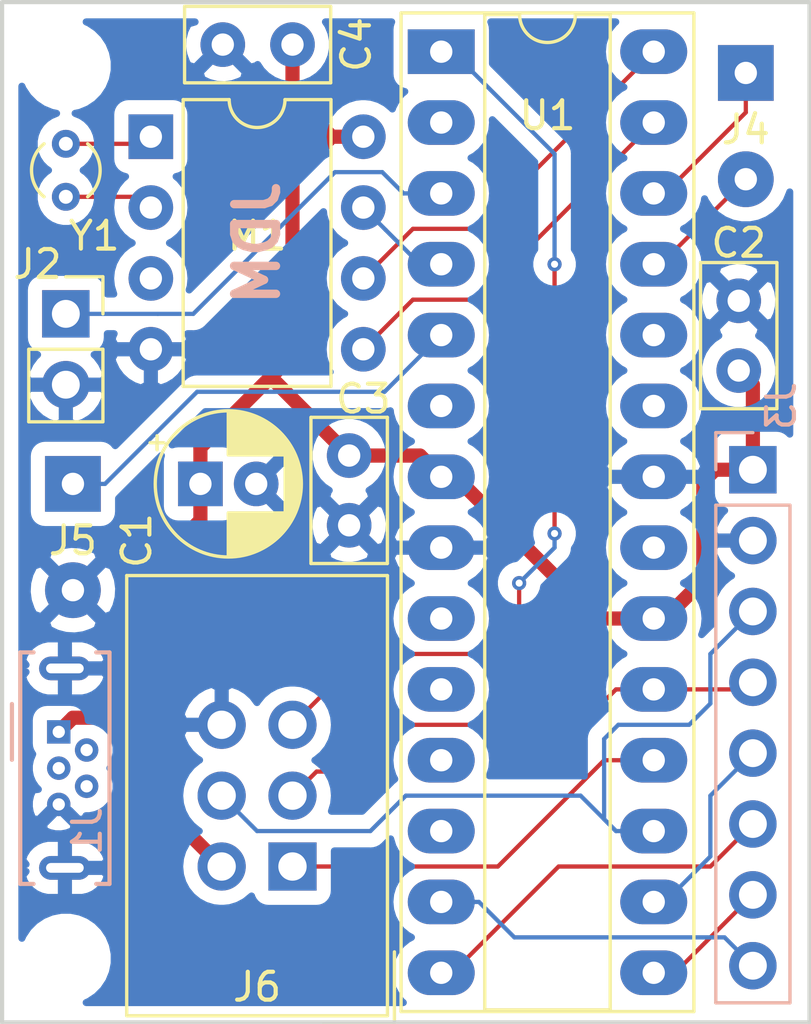
<source format=kicad_pcb>
(kicad_pcb (version 20171130) (host pcbnew "(5.1.2-1)-1")

  (general
    (thickness 1.6)
    (drawings 5)
    (tracks 120)
    (zones 0)
    (modules 15)
    (nets 33)
  )

  (page A4)
  (layers
    (0 F.Cu signal)
    (31 B.Cu signal)
    (34 B.Paste user)
    (35 F.Paste user)
    (36 B.SilkS user)
    (37 F.SilkS user)
    (38 B.Mask user)
    (39 F.Mask user)
    (40 Dwgs.User user)
    (41 Cmts.User user)
    (42 Eco1.User user)
    (43 Eco2.User user)
    (44 Edge.Cuts user)
    (45 Margin user)
    (46 B.CrtYd user)
    (47 F.CrtYd user)
  )

  (setup
    (last_trace_width 0.1524)
    (user_trace_width 0.254)
    (user_trace_width 0.381)
    (user_trace_width 0.508)
    (user_trace_width 0.8128)
    (trace_clearance 0.1524)
    (zone_clearance 0.508)
    (zone_45_only no)
    (trace_min 0.1524)
    (via_size 0.508)
    (via_drill 0.254)
    (via_min_size 0.508)
    (via_min_drill 0.254)
    (uvia_size 0.508)
    (uvia_drill 0.254)
    (uvias_allowed no)
    (uvia_min_size 0.508)
    (uvia_min_drill 0.254)
    (edge_width 0.15)
    (segment_width 0.2)
    (pcb_text_width 0.3)
    (pcb_text_size 1.5 1.5)
    (mod_edge_width 0.15)
    (mod_text_size 1 1)
    (mod_text_width 0.15)
    (pad_size 1.524 1.524)
    (pad_drill 0.762)
    (pad_to_mask_clearance 0.0508)
    (solder_mask_min_width 0.1016)
    (aux_axis_origin 0 0)
    (visible_elements FFFFFF7F)
    (pcbplotparams
      (layerselection 0x010fc_ffffffff)
      (usegerberextensions false)
      (usegerberattributes false)
      (usegerberadvancedattributes false)
      (creategerberjobfile false)
      (excludeedgelayer true)
      (linewidth 0.100000)
      (plotframeref false)
      (viasonmask false)
      (mode 1)
      (useauxorigin false)
      (hpglpennumber 1)
      (hpglpenspeed 20)
      (hpglpendiameter 15.000000)
      (psnegative false)
      (psa4output false)
      (plotreference true)
      (plotvalue true)
      (plotinvisibletext false)
      (padsonsilk false)
      (subtractmaskfromsilk false)
      (outputformat 1)
      (mirror false)
      (drillshape 1)
      (scaleselection 1)
      (outputdirectory ""))
  )

  (net 0 "")
  (net 1 VCC)
  (net 2 /CS)
  (net 3 /CLK)
  (net 4 /DIN)
  (net 5 "Net-(J6-Pad1)")
  (net 6 GND)
  (net 7 /TX)
  (net 8 /BUSY)
  (net 9 /RST)
  (net 10 /DC)
  (net 11 "Net-(J4-Pad2)")
  (net 12 "Net-(J4-Pad1)")
  (net 13 "Net-(J5-Pad1)")
  (net 14 "Net-(J6-Pad5)")
  (net 15 /INTB)
  (net 16 "Net-(M1-Pad3)")
  (net 17 "Net-(M1-Pad6)")
  (net 18 "Net-(M1-Pad2)")
  (net 19 "Net-(M1-Pad5)")
  (net 20 "Net-(M1-Pad1)")
  (net 21 "Net-(U1-Pad12)")
  (net 22 "Net-(U1-Pad11)")
  (net 23 "Net-(U1-Pad24)")
  (net 24 "Net-(U1-Pad10)")
  (net 25 "Net-(U1-Pad23)")
  (net 26 "Net-(U1-Pad9)")
  (net 27 "Net-(U1-Pad21)")
  (net 28 "Net-(U1-Pad6)")
  (net 29 "Net-(U1-Pad2)")
  (net 30 "Net-(J1-Pad4)")
  (net 31 "Net-(J1-Pad3)")
  (net 32 "Net-(J1-Pad2)")

  (net_class Default "This is the default net class."
    (clearance 0.1524)
    (trace_width 0.1524)
    (via_dia 0.508)
    (via_drill 0.254)
    (uvia_dia 0.508)
    (uvia_drill 0.254)
    (diff_pair_width 0.1524)
    (diff_pair_gap 0.1524)
    (add_net /BUSY)
    (add_net /CLK)
    (add_net /CS)
    (add_net /DC)
    (add_net /DIN)
    (add_net /INTB)
    (add_net /RST)
    (add_net /TX)
    (add_net GND)
    (add_net "Net-(J1-Pad2)")
    (add_net "Net-(J1-Pad3)")
    (add_net "Net-(J1-Pad4)")
    (add_net "Net-(J4-Pad1)")
    (add_net "Net-(J4-Pad2)")
    (add_net "Net-(J5-Pad1)")
    (add_net "Net-(J6-Pad1)")
    (add_net "Net-(J6-Pad5)")
    (add_net "Net-(M1-Pad1)")
    (add_net "Net-(M1-Pad2)")
    (add_net "Net-(M1-Pad3)")
    (add_net "Net-(M1-Pad5)")
    (add_net "Net-(M1-Pad6)")
    (add_net "Net-(U1-Pad10)")
    (add_net "Net-(U1-Pad11)")
    (add_net "Net-(U1-Pad12)")
    (add_net "Net-(U1-Pad2)")
    (add_net "Net-(U1-Pad21)")
    (add_net "Net-(U1-Pad23)")
    (add_net "Net-(U1-Pad24)")
    (add_net "Net-(U1-Pad6)")
    (add_net "Net-(U1-Pad9)")
    (add_net VCC)
  )

  (module MountingHole:MountingHole_2.2mm_M2_ISO7380 (layer F.Cu) (tedit 56D1B4CB) (tstamp 5D79B571)
    (at 136.398 84.328)
    (descr "Mounting Hole 2.2mm, no annular, M2, ISO7380")
    (tags "mounting hole 2.2mm no annular m2 iso7380")
    (attr virtual)
    (fp_text reference REF** (at 0 0) (layer F.SilkS) hide
      (effects (font (size 1 1) (thickness 0.15)))
    )
    (fp_text value MountingHole_2.2mm_M2_ISO7380 (at 0 2.75) (layer F.Fab)
      (effects (font (size 1 1) (thickness 0.15)))
    )
    (fp_circle (center 0 0) (end 2 0) (layer F.CrtYd) (width 0.05))
    (fp_circle (center 0 0) (end 1.75 0) (layer Cmts.User) (width 0.15))
    (fp_text user %R (at 0.3 0) (layer F.Fab)
      (effects (font (size 1 1) (thickness 0.15)))
    )
    (pad 1 np_thru_hole circle (at 0 0) (size 2.2 2.2) (drill 2.2) (layers *.Cu *.Mask))
  )

  (module MountingHole:MountingHole_2.2mm_M2_ISO7380 (layer F.Cu) (tedit 56D1B4CB) (tstamp 5D79B54D)
    (at 136.398 52.324)
    (descr "Mounting Hole 2.2mm, no annular, M2, ISO7380")
    (tags "mounting hole 2.2mm no annular m2 iso7380")
    (attr virtual)
    (fp_text reference REF** (at 0 -2.75) (layer F.SilkS) hide
      (effects (font (size 1 1) (thickness 0.15)))
    )
    (fp_text value MountingHole_2.2mm_M2_ISO7380 (at 0 2.75) (layer F.Fab)
      (effects (font (size 1 1) (thickness 0.15)))
    )
    (fp_circle (center 0 0) (end 2 0) (layer F.CrtYd) (width 0.05))
    (fp_circle (center 0 0) (end 1.75 0) (layer Cmts.User) (width 0.15))
    (fp_text user %R (at 0.3 0) (layer F.Fab)
      (effects (font (size 1 1) (thickness 0.15)))
    )
    (pad 1 np_thru_hole circle (at 0 0) (size 2.2 2.2) (drill 2.2) (layers *.Cu *.Mask))
  )

  (module Connector_USB:USB_Micro-B_Wuerth_614105150721_Vertical (layer B.Cu) (tedit 5A142044) (tstamp 5D773B64)
    (at 136.144 76.2 270)
    (descr "USB Micro-B receptacle, through-hole, vertical, http://katalog.we-online.de/em/datasheet/614105150721.pdf")
    (tags "usb micro receptacle vertical")
    (path /5D74E41C)
    (fp_text reference J1 (at 3.556 -1.016 270) (layer B.SilkS)
      (effects (font (size 1 1) (thickness 0.15)) (justify mirror))
    )
    (fp_text value USB_B_Micro (at 1.3 -2.92 270) (layer B.Fab)
      (effects (font (size 1 1) (thickness 0.15)) (justify mirror))
    )
    (fp_line (start -2.7 1.23) (end -1 1.23) (layer B.Fab) (width 0.15))
    (fp_line (start -1 1.23) (end 0 0.23) (layer B.Fab) (width 0.15))
    (fp_line (start 0 0.23) (end 1 1.23) (layer B.Fab) (width 0.15))
    (fp_line (start 1 1.23) (end 5.3 1.23) (layer B.Fab) (width 0.15))
    (fp_line (start 5.3 1.23) (end 5.3 -1.67) (layer B.Fab) (width 0.15))
    (fp_line (start 5.3 -1.67) (end -2.7 -1.67) (layer B.Fab) (width 0.15))
    (fp_line (start -2.7 -1.67) (end -2.7 1.23) (layer B.Fab) (width 0.15))
    (fp_line (start -2.85 0.905) (end -2.85 1.38) (layer B.SilkS) (width 0.15))
    (fp_line (start -2.85 1.38) (end 5.45 1.38) (layer B.SilkS) (width 0.15))
    (fp_line (start 5.45 1.38) (end 5.45 0.905) (layer B.SilkS) (width 0.15))
    (fp_line (start -2.85 -1.345) (end -2.85 -1.82) (layer B.SilkS) (width 0.15))
    (fp_line (start -2.85 -1.82) (end 5.45 -1.82) (layer B.SilkS) (width 0.15))
    (fp_line (start 5.45 -1.82) (end 5.45 -1.345) (layer B.SilkS) (width 0.15))
    (fp_line (start -1 1.68) (end 1 1.68) (layer B.SilkS) (width 0.15))
    (fp_line (start -3.2 1.73) (end -3.2 -2.17) (layer B.CrtYd) (width 0.05))
    (fp_line (start -3.2 -2.17) (end 5.8 -2.17) (layer B.CrtYd) (width 0.05))
    (fp_line (start 5.8 -2.17) (end 5.8 1.73) (layer B.CrtYd) (width 0.05))
    (fp_line (start 5.8 1.73) (end -3.2 1.73) (layer B.CrtYd) (width 0.05))
    (fp_text user %R (at 1.3 -0.22 270) (layer B.Fab)
      (effects (font (size 1 1) (thickness 0.15)) (justify mirror))
    )
    (pad 1 thru_hole rect (at 0 0 270) (size 0.84 0.84) (drill 0.44) (layers *.Cu *.Mask)
      (net 1 VCC))
    (pad 2 thru_hole circle (at 0.65 -1 270) (size 0.84 0.84) (drill 0.44) (layers *.Cu *.Mask)
      (net 32 "Net-(J1-Pad2)"))
    (pad 3 thru_hole circle (at 1.3 0 270) (size 0.84 0.84) (drill 0.44) (layers *.Cu *.Mask)
      (net 31 "Net-(J1-Pad3)"))
    (pad 4 thru_hole circle (at 1.95 -1 270) (size 0.84 0.84) (drill 0.44) (layers *.Cu *.Mask)
      (net 30 "Net-(J1-Pad4)"))
    (pad 5 thru_hole circle (at 2.6 0 270) (size 0.84 0.84) (drill 0.44) (layers *.Cu *.Mask)
      (net 6 GND))
    (pad 6 thru_hole oval (at -2.275 -0.22 270) (size 0.85 1.85) (drill oval 0.35 1.35) (layers *.Cu *.Mask)
      (net 6 GND))
    (pad 6 thru_hole oval (at 4.875 -0.22 270) (size 0.85 1.85) (drill oval 0.35 1.35) (layers *.Cu *.Mask)
      (net 6 GND))
    (model ${KISYS3DMOD}/Connector_USB.3dshapes/USB_Micro-B_Wuerth_614105150721_Vertical.wrl
      (at (xyz 0 0 0))
      (scale (xyz 1 1 1))
      (rotate (xyz 0 0 0))
    )
  )

  (module Crystal:Crystal_C26-LF_D2.1mm_L6.5mm_Vertical (layer F.Cu) (tedit 5A0FD1B2) (tstamp 5D772D06)
    (at 136.398 55.118 270)
    (descr "Crystal THT C26-LF 6.5mm length 2.06mm diameter")
    (tags ['C26-LF'])
    (path /5D74902A)
    (fp_text reference Y1 (at 3.302 -1.016) (layer F.SilkS)
      (effects (font (size 1 1) (thickness 0.15)))
    )
    (fp_text value Crystal (at 0.95 2.23 90) (layer F.Fab)
      (effects (font (size 1 1) (thickness 0.15)))
    )
    (fp_arc (start 0.95 0) (end 0 0.781281) (angle -101.1) (layer F.SilkS) (width 0.12))
    (fp_arc (start 0.95 0) (end 0 -0.781281) (angle 101.1) (layer F.SilkS) (width 0.12))
    (fp_circle (center 0.95 0) (end 2.65 0) (layer F.CrtYd) (width 0.05))
    (fp_circle (center 0.95 0) (end 1.98 0) (layer F.Fab) (width 0.1))
    (fp_text user %R (at 0.95 0 90) (layer F.Fab)
      (effects (font (size 0.7 0.7) (thickness 0.105)))
    )
    (pad 2 thru_hole circle (at 1.9 0 270) (size 1 1) (drill 0.5) (layers *.Cu *.Mask)
      (net 18 "Net-(M1-Pad2)"))
    (pad 1 thru_hole circle (at 0 0 270) (size 1 1) (drill 0.5) (layers *.Cu *.Mask)
      (net 20 "Net-(M1-Pad1)"))
    (model ${KISYS3DMOD}/Crystal.3dshapes/Crystal_C26-LF_D2.1mm_L6.5mm_Vertical.wrl
      (at (xyz 0 0 0))
      (scale (xyz 1 1 1))
      (rotate (xyz 0 0 0))
    )
  )

  (module Package_DIP:DIP-28_W7.62mm_Socket_LongPads (layer F.Cu) (tedit 5A02E8C5) (tstamp 5D772CFB)
    (at 149.86 51.816)
    (descr "28-lead though-hole mounted DIP package, row spacing 7.62 mm (300 mils), Socket, LongPads")
    (tags "THT DIP DIL PDIP 2.54mm 7.62mm 300mil Socket LongPads")
    (path /5D4CB3CF)
    (fp_text reference U1 (at 3.81 2.286) (layer F.SilkS)
      (effects (font (size 1 1) (thickness 0.15)))
    )
    (fp_text value ATmega328P-PU (at 3.81 35.35) (layer F.Fab)
      (effects (font (size 1 1) (thickness 0.15)))
    )
    (fp_text user %R (at 3.81 16.51) (layer F.Fab)
      (effects (font (size 1 1) (thickness 0.15)))
    )
    (fp_line (start 9.15 -1.6) (end -1.55 -1.6) (layer F.CrtYd) (width 0.05))
    (fp_line (start 9.15 34.65) (end 9.15 -1.6) (layer F.CrtYd) (width 0.05))
    (fp_line (start -1.55 34.65) (end 9.15 34.65) (layer F.CrtYd) (width 0.05))
    (fp_line (start -1.55 -1.6) (end -1.55 34.65) (layer F.CrtYd) (width 0.05))
    (fp_line (start 9.06 -1.39) (end -1.44 -1.39) (layer F.SilkS) (width 0.12))
    (fp_line (start 9.06 34.41) (end 9.06 -1.39) (layer F.SilkS) (width 0.12))
    (fp_line (start -1.44 34.41) (end 9.06 34.41) (layer F.SilkS) (width 0.12))
    (fp_line (start -1.44 -1.39) (end -1.44 34.41) (layer F.SilkS) (width 0.12))
    (fp_line (start 6.06 -1.33) (end 4.81 -1.33) (layer F.SilkS) (width 0.12))
    (fp_line (start 6.06 34.35) (end 6.06 -1.33) (layer F.SilkS) (width 0.12))
    (fp_line (start 1.56 34.35) (end 6.06 34.35) (layer F.SilkS) (width 0.12))
    (fp_line (start 1.56 -1.33) (end 1.56 34.35) (layer F.SilkS) (width 0.12))
    (fp_line (start 2.81 -1.33) (end 1.56 -1.33) (layer F.SilkS) (width 0.12))
    (fp_line (start 8.89 -1.33) (end -1.27 -1.33) (layer F.Fab) (width 0.1))
    (fp_line (start 8.89 34.35) (end 8.89 -1.33) (layer F.Fab) (width 0.1))
    (fp_line (start -1.27 34.35) (end 8.89 34.35) (layer F.Fab) (width 0.1))
    (fp_line (start -1.27 -1.33) (end -1.27 34.35) (layer F.Fab) (width 0.1))
    (fp_line (start 0.635 -0.27) (end 1.635 -1.27) (layer F.Fab) (width 0.1))
    (fp_line (start 0.635 34.29) (end 0.635 -0.27) (layer F.Fab) (width 0.1))
    (fp_line (start 6.985 34.29) (end 0.635 34.29) (layer F.Fab) (width 0.1))
    (fp_line (start 6.985 -1.27) (end 6.985 34.29) (layer F.Fab) (width 0.1))
    (fp_line (start 1.635 -1.27) (end 6.985 -1.27) (layer F.Fab) (width 0.1))
    (fp_arc (start 3.81 -1.33) (end 2.81 -1.33) (angle -180) (layer F.SilkS) (width 0.12))
    (pad 28 thru_hole oval (at 7.62 0) (size 2.4 1.6) (drill 0.8) (layers *.Cu *.Mask)
      (net 17 "Net-(M1-Pad6)"))
    (pad 14 thru_hole oval (at 0 33.02) (size 2.4 1.6) (drill 0.8) (layers *.Cu *.Mask)
      (net 10 /DC))
    (pad 27 thru_hole oval (at 7.62 2.54) (size 2.4 1.6) (drill 0.8) (layers *.Cu *.Mask)
      (net 19 "Net-(M1-Pad5)"))
    (pad 13 thru_hole oval (at 0 30.48) (size 2.4 1.6) (drill 0.8) (layers *.Cu *.Mask)
      (net 8 /BUSY))
    (pad 26 thru_hole oval (at 7.62 5.08) (size 2.4 1.6) (drill 0.8) (layers *.Cu *.Mask)
      (net 12 "Net-(J4-Pad1)"))
    (pad 12 thru_hole oval (at 0 27.94) (size 2.4 1.6) (drill 0.8) (layers *.Cu *.Mask)
      (net 21 "Net-(U1-Pad12)"))
    (pad 25 thru_hole oval (at 7.62 7.62) (size 2.4 1.6) (drill 0.8) (layers *.Cu *.Mask)
      (net 11 "Net-(J4-Pad2)"))
    (pad 11 thru_hole oval (at 0 25.4) (size 2.4 1.6) (drill 0.8) (layers *.Cu *.Mask)
      (net 22 "Net-(U1-Pad11)"))
    (pad 24 thru_hole oval (at 7.62 10.16) (size 2.4 1.6) (drill 0.8) (layers *.Cu *.Mask)
      (net 23 "Net-(U1-Pad24)"))
    (pad 10 thru_hole oval (at 0 22.86) (size 2.4 1.6) (drill 0.8) (layers *.Cu *.Mask)
      (net 24 "Net-(U1-Pad10)"))
    (pad 23 thru_hole oval (at 7.62 12.7) (size 2.4 1.6) (drill 0.8) (layers *.Cu *.Mask)
      (net 25 "Net-(U1-Pad23)"))
    (pad 9 thru_hole oval (at 0 20.32) (size 2.4 1.6) (drill 0.8) (layers *.Cu *.Mask)
      (net 26 "Net-(U1-Pad9)"))
    (pad 22 thru_hole oval (at 7.62 15.24) (size 2.4 1.6) (drill 0.8) (layers *.Cu *.Mask)
      (net 6 GND))
    (pad 8 thru_hole oval (at 0 17.78) (size 2.4 1.6) (drill 0.8) (layers *.Cu *.Mask)
      (net 6 GND))
    (pad 21 thru_hole oval (at 7.62 17.78) (size 2.4 1.6) (drill 0.8) (layers *.Cu *.Mask)
      (net 27 "Net-(U1-Pad21)"))
    (pad 7 thru_hole oval (at 0 15.24) (size 2.4 1.6) (drill 0.8) (layers *.Cu *.Mask)
      (net 1 VCC))
    (pad 20 thru_hole oval (at 7.62 20.32) (size 2.4 1.6) (drill 0.8) (layers *.Cu *.Mask)
      (net 1 VCC))
    (pad 6 thru_hole oval (at 0 12.7) (size 2.4 1.6) (drill 0.8) (layers *.Cu *.Mask)
      (net 28 "Net-(U1-Pad6)"))
    (pad 19 thru_hole oval (at 7.62 22.86) (size 2.4 1.6) (drill 0.8) (layers *.Cu *.Mask)
      (net 3 /CLK))
    (pad 5 thru_hole oval (at 0 10.16) (size 2.4 1.6) (drill 0.8) (layers *.Cu *.Mask)
      (net 13 "Net-(J5-Pad1)"))
    (pad 18 thru_hole oval (at 7.62 25.4) (size 2.4 1.6) (drill 0.8) (layers *.Cu *.Mask)
      (net 5 "Net-(J6-Pad1)"))
    (pad 4 thru_hole oval (at 0 7.62) (size 2.4 1.6) (drill 0.8) (layers *.Cu *.Mask)
      (net 15 /INTB))
    (pad 17 thru_hole oval (at 7.62 27.94) (size 2.4 1.6) (drill 0.8) (layers *.Cu *.Mask)
      (net 4 /DIN))
    (pad 3 thru_hole oval (at 0 5.08) (size 2.4 1.6) (drill 0.8) (layers *.Cu *.Mask)
      (net 7 /TX))
    (pad 16 thru_hole oval (at 7.62 30.48) (size 2.4 1.6) (drill 0.8) (layers *.Cu *.Mask)
      (net 2 /CS))
    (pad 2 thru_hole oval (at 0 2.54) (size 2.4 1.6) (drill 0.8) (layers *.Cu *.Mask)
      (net 29 "Net-(U1-Pad2)"))
    (pad 15 thru_hole oval (at 7.62 33.02) (size 2.4 1.6) (drill 0.8) (layers *.Cu *.Mask)
      (net 9 /RST))
    (pad 1 thru_hole rect (at 0 0) (size 2.4 1.6) (drill 0.8) (layers *.Cu *.Mask)
      (net 14 "Net-(J6-Pad5)"))
    (model ${KISYS3DMOD}/Package_DIP.3dshapes/DIP-28_W7.62mm_Socket.wrl
      (at (xyz 0 0 0))
      (scale (xyz 1 1 1))
      (rotate (xyz 0 0 0))
    )
  )

  (module Package_DIP:DIP-8_W7.62mm (layer F.Cu) (tedit 5A02E8C5) (tstamp 5D772CC3)
    (at 139.446 54.864)
    (descr "8-lead though-hole mounted DIP package, row spacing 7.62 mm (300 mils)")
    (tags "THT DIP DIL PDIP 2.54mm 7.62mm 300mil")
    (path /5D749199)
    (fp_text reference M1 (at 3.81 3.556) (layer F.SilkS)
      (effects (font (size 1 1) (thickness 0.15)))
    )
    (fp_text value DS1337 (at 3.81 9.95) (layer F.Fab)
      (effects (font (size 1 1) (thickness 0.15)))
    )
    (fp_text user %R (at 3.81 3.81) (layer F.Fab)
      (effects (font (size 1 1) (thickness 0.15)))
    )
    (fp_line (start 8.7 -1.55) (end -1.1 -1.55) (layer F.CrtYd) (width 0.05))
    (fp_line (start 8.7 9.15) (end 8.7 -1.55) (layer F.CrtYd) (width 0.05))
    (fp_line (start -1.1 9.15) (end 8.7 9.15) (layer F.CrtYd) (width 0.05))
    (fp_line (start -1.1 -1.55) (end -1.1 9.15) (layer F.CrtYd) (width 0.05))
    (fp_line (start 6.46 -1.33) (end 4.81 -1.33) (layer F.SilkS) (width 0.12))
    (fp_line (start 6.46 8.95) (end 6.46 -1.33) (layer F.SilkS) (width 0.12))
    (fp_line (start 1.16 8.95) (end 6.46 8.95) (layer F.SilkS) (width 0.12))
    (fp_line (start 1.16 -1.33) (end 1.16 8.95) (layer F.SilkS) (width 0.12))
    (fp_line (start 2.81 -1.33) (end 1.16 -1.33) (layer F.SilkS) (width 0.12))
    (fp_line (start 0.635 -0.27) (end 1.635 -1.27) (layer F.Fab) (width 0.1))
    (fp_line (start 0.635 8.89) (end 0.635 -0.27) (layer F.Fab) (width 0.1))
    (fp_line (start 6.985 8.89) (end 0.635 8.89) (layer F.Fab) (width 0.1))
    (fp_line (start 6.985 -1.27) (end 6.985 8.89) (layer F.Fab) (width 0.1))
    (fp_line (start 1.635 -1.27) (end 6.985 -1.27) (layer F.Fab) (width 0.1))
    (fp_arc (start 3.81 -1.33) (end 2.81 -1.33) (angle -180) (layer F.SilkS) (width 0.12))
    (pad 8 thru_hole oval (at 7.62 0) (size 1.6 1.6) (drill 0.8) (layers *.Cu *.Mask)
      (net 1 VCC))
    (pad 4 thru_hole oval (at 0 7.62) (size 1.6 1.6) (drill 0.8) (layers *.Cu *.Mask)
      (net 6 GND))
    (pad 7 thru_hole oval (at 7.62 2.54) (size 1.6 1.6) (drill 0.8) (layers *.Cu *.Mask)
      (net 15 /INTB))
    (pad 3 thru_hole oval (at 0 5.08) (size 1.6 1.6) (drill 0.8) (layers *.Cu *.Mask)
      (net 16 "Net-(M1-Pad3)"))
    (pad 6 thru_hole oval (at 7.62 5.08) (size 1.6 1.6) (drill 0.8) (layers *.Cu *.Mask)
      (net 17 "Net-(M1-Pad6)"))
    (pad 2 thru_hole oval (at 0 2.54) (size 1.6 1.6) (drill 0.8) (layers *.Cu *.Mask)
      (net 18 "Net-(M1-Pad2)"))
    (pad 5 thru_hole oval (at 7.62 7.62) (size 1.6 1.6) (drill 0.8) (layers *.Cu *.Mask)
      (net 19 "Net-(M1-Pad5)"))
    (pad 1 thru_hole rect (at 0 0) (size 1.6 1.6) (drill 0.8) (layers *.Cu *.Mask)
      (net 20 "Net-(M1-Pad1)"))
    (model ${KISYS3DMOD}/Package_DIP.3dshapes/DIP-8_W7.62mm.wrl
      (at (xyz 0 0 0))
      (scale (xyz 1 1 1))
      (rotate (xyz 0 0 0))
    )
  )

  (module Connector_IDC:IDC-Header_2x03_P2.54mm_Vertical (layer F.Cu) (tedit 59DE0819) (tstamp 5D772CA7)
    (at 144.526 81.026 180)
    (descr "Through hole straight IDC box header, 2x03, 2.54mm pitch, double rows")
    (tags "Through hole IDC box header THT 2x03 2.54mm double row")
    (path /5D4CFC7D)
    (fp_text reference J6 (at 1.27 -4.318) (layer F.SilkS)
      (effects (font (size 1 1) (thickness 0.15)))
    )
    (fp_text value AVR-ISP-6 (at 1.27 11.684) (layer F.Fab)
      (effects (font (size 1 1) (thickness 0.15)))
    )
    (fp_line (start -3.655 -5.6) (end -1.115 -5.6) (layer F.SilkS) (width 0.12))
    (fp_line (start -3.655 -5.6) (end -3.655 -3.06) (layer F.SilkS) (width 0.12))
    (fp_line (start -3.405 -5.35) (end 5.945 -5.35) (layer F.SilkS) (width 0.12))
    (fp_line (start -3.405 10.43) (end -3.405 -5.35) (layer F.SilkS) (width 0.12))
    (fp_line (start 5.945 10.43) (end -3.405 10.43) (layer F.SilkS) (width 0.12))
    (fp_line (start 5.945 -5.35) (end 5.945 10.43) (layer F.SilkS) (width 0.12))
    (fp_line (start -3.41 -5.35) (end 5.95 -5.35) (layer F.CrtYd) (width 0.05))
    (fp_line (start -3.41 10.43) (end -3.41 -5.35) (layer F.CrtYd) (width 0.05))
    (fp_line (start 5.95 10.43) (end -3.41 10.43) (layer F.CrtYd) (width 0.05))
    (fp_line (start 5.95 -5.35) (end 5.95 10.43) (layer F.CrtYd) (width 0.05))
    (fp_line (start -3.155 10.18) (end -2.605 9.62) (layer F.Fab) (width 0.1))
    (fp_line (start -3.155 -5.1) (end -2.605 -4.56) (layer F.Fab) (width 0.1))
    (fp_line (start 5.695 10.18) (end 5.145 9.62) (layer F.Fab) (width 0.1))
    (fp_line (start 5.695 -5.1) (end 5.145 -4.56) (layer F.Fab) (width 0.1))
    (fp_line (start 5.145 9.62) (end -2.605 9.62) (layer F.Fab) (width 0.1))
    (fp_line (start 5.695 10.18) (end -3.155 10.18) (layer F.Fab) (width 0.1))
    (fp_line (start 5.145 -4.56) (end -2.605 -4.56) (layer F.Fab) (width 0.1))
    (fp_line (start 5.695 -5.1) (end -3.155 -5.1) (layer F.Fab) (width 0.1))
    (fp_line (start -2.605 4.79) (end -3.155 4.79) (layer F.Fab) (width 0.1))
    (fp_line (start -2.605 0.29) (end -3.155 0.29) (layer F.Fab) (width 0.1))
    (fp_line (start -2.605 4.79) (end -2.605 9.62) (layer F.Fab) (width 0.1))
    (fp_line (start -2.605 -4.56) (end -2.605 0.29) (layer F.Fab) (width 0.1))
    (fp_line (start -3.155 -5.1) (end -3.155 10.18) (layer F.Fab) (width 0.1))
    (fp_line (start 5.145 -4.56) (end 5.145 9.62) (layer F.Fab) (width 0.1))
    (fp_line (start 5.695 -5.1) (end 5.695 10.18) (layer F.Fab) (width 0.1))
    (fp_text user %R (at 1.27 2.54) (layer F.Fab)
      (effects (font (size 1 1) (thickness 0.15)))
    )
    (pad 6 thru_hole oval (at 2.54 5.08 180) (size 1.7272 1.7272) (drill 1.016) (layers *.Cu *.Mask)
      (net 6 GND))
    (pad 5 thru_hole oval (at 0 5.08 180) (size 1.7272 1.7272) (drill 1.016) (layers *.Cu *.Mask)
      (net 14 "Net-(J6-Pad5)"))
    (pad 4 thru_hole oval (at 2.54 2.54 180) (size 1.7272 1.7272) (drill 1.016) (layers *.Cu *.Mask)
      (net 4 /DIN))
    (pad 3 thru_hole oval (at 0 2.54 180) (size 1.7272 1.7272) (drill 1.016) (layers *.Cu *.Mask)
      (net 3 /CLK))
    (pad 2 thru_hole oval (at 2.54 0 180) (size 1.7272 1.7272) (drill 1.016) (layers *.Cu *.Mask)
      (net 1 VCC))
    (pad 1 thru_hole rect (at 0 0 180) (size 1.7272 1.7272) (drill 1.016) (layers *.Cu *.Mask)
      (net 5 "Net-(J6-Pad1)"))
    (model ${KISYS3DMOD}/Connector_IDC.3dshapes/IDC-Header_2x03_P2.54mm_Vertical.wrl
      (at (xyz 0 0 0))
      (scale (xyz 1 1 1))
      (rotate (xyz 0 0 0))
    )
  )

  (module Connector_Wire:SolderWirePad_1x02_P3.81mm_Drill0.8mm (layer F.Cu) (tedit 5AEE54BF) (tstamp 5D772C83)
    (at 136.652 67.31 270)
    (descr "Wire solder connection")
    (tags connector)
    (path /5D522AAC)
    (attr virtual)
    (fp_text reference J5 (at 2.032 0 180) (layer F.SilkS)
      (effects (font (size 1 1) (thickness 0.15)))
    )
    (fp_text value Conn_01x02 (at 1.905 2.54 90) (layer F.Fab)
      (effects (font (size 1 1) (thickness 0.15)))
    )
    (fp_line (start 5.31 1.5) (end -1.49 1.5) (layer F.CrtYd) (width 0.05))
    (fp_line (start 5.31 1.5) (end 5.31 -1.5) (layer F.CrtYd) (width 0.05))
    (fp_line (start -1.49 -1.5) (end -1.49 1.5) (layer F.CrtYd) (width 0.05))
    (fp_line (start -1.49 -1.5) (end 5.31 -1.5) (layer F.CrtYd) (width 0.05))
    (fp_text user %R (at 1.905 0 90) (layer F.Fab)
      (effects (font (size 1 1) (thickness 0.15)))
    )
    (pad 2 thru_hole circle (at 3.81 0 270) (size 1.99898 1.99898) (drill 0.8001) (layers *.Cu *.Mask)
      (net 6 GND))
    (pad 1 thru_hole rect (at 0 0 270) (size 1.99898 1.99898) (drill 0.8001) (layers *.Cu *.Mask)
      (net 13 "Net-(J5-Pad1)"))
  )

  (module Connector_Wire:SolderWirePad_1x02_P3.81mm_Drill0.8mm (layer F.Cu) (tedit 5AEE54BF) (tstamp 5D772C78)
    (at 160.782 52.578 270)
    (descr "Wire solder connection")
    (tags connector)
    (path /5D52138A)
    (attr virtual)
    (fp_text reference J4 (at 2.032 0 180) (layer F.SilkS)
      (effects (font (size 1 1) (thickness 0.15)))
    )
    (fp_text value Conn_01x02 (at 1.905 2.54 90) (layer F.Fab)
      (effects (font (size 1 1) (thickness 0.15)))
    )
    (fp_line (start 5.31 1.5) (end -1.49 1.5) (layer F.CrtYd) (width 0.05))
    (fp_line (start 5.31 1.5) (end 5.31 -1.5) (layer F.CrtYd) (width 0.05))
    (fp_line (start -1.49 -1.5) (end -1.49 1.5) (layer F.CrtYd) (width 0.05))
    (fp_line (start -1.49 -1.5) (end 5.31 -1.5) (layer F.CrtYd) (width 0.05))
    (fp_text user %R (at 1.905 0 90) (layer F.Fab)
      (effects (font (size 1 1) (thickness 0.15)))
    )
    (pad 2 thru_hole circle (at 3.81 0 270) (size 1.99898 1.99898) (drill 0.8001) (layers *.Cu *.Mask)
      (net 11 "Net-(J4-Pad2)"))
    (pad 1 thru_hole rect (at 0 0 270) (size 1.99898 1.99898) (drill 0.8001) (layers *.Cu *.Mask)
      (net 12 "Net-(J4-Pad1)"))
  )

  (module Connector_PinSocket_2.54mm:PinSocket_1x08_P2.54mm_Vertical (layer B.Cu) (tedit 5A19A420) (tstamp 5D772C6D)
    (at 161.036 66.802 180)
    (descr "Through hole straight socket strip, 1x08, 2.54mm pitch, single row (from Kicad 4.0.7), script generated")
    (tags "Through hole socket strip THT 1x08 2.54mm single row")
    (path /5D77CA54)
    (fp_text reference J3 (at -1.016 2.286 90) (layer B.SilkS)
      (effects (font (size 1 1) (thickness 0.15)) (justify mirror))
    )
    (fp_text value Conn_01x08 (at 0 -20.55) (layer B.Fab)
      (effects (font (size 1 1) (thickness 0.15)) (justify mirror))
    )
    (fp_text user %R (at 0 -8.89 270) (layer B.Fab)
      (effects (font (size 1 1) (thickness 0.15)) (justify mirror))
    )
    (fp_line (start -1.8 -19.55) (end -1.8 1.8) (layer B.CrtYd) (width 0.05))
    (fp_line (start 1.75 -19.55) (end -1.8 -19.55) (layer B.CrtYd) (width 0.05))
    (fp_line (start 1.75 1.8) (end 1.75 -19.55) (layer B.CrtYd) (width 0.05))
    (fp_line (start -1.8 1.8) (end 1.75 1.8) (layer B.CrtYd) (width 0.05))
    (fp_line (start 0 1.33) (end 1.33 1.33) (layer B.SilkS) (width 0.12))
    (fp_line (start 1.33 1.33) (end 1.33 0) (layer B.SilkS) (width 0.12))
    (fp_line (start 1.33 -1.27) (end 1.33 -19.11) (layer B.SilkS) (width 0.12))
    (fp_line (start -1.33 -19.11) (end 1.33 -19.11) (layer B.SilkS) (width 0.12))
    (fp_line (start -1.33 -1.27) (end -1.33 -19.11) (layer B.SilkS) (width 0.12))
    (fp_line (start -1.33 -1.27) (end 1.33 -1.27) (layer B.SilkS) (width 0.12))
    (fp_line (start -1.27 -19.05) (end -1.27 1.27) (layer B.Fab) (width 0.1))
    (fp_line (start 1.27 -19.05) (end -1.27 -19.05) (layer B.Fab) (width 0.1))
    (fp_line (start 1.27 0.635) (end 1.27 -19.05) (layer B.Fab) (width 0.1))
    (fp_line (start 0.635 1.27) (end 1.27 0.635) (layer B.Fab) (width 0.1))
    (fp_line (start -1.27 1.27) (end 0.635 1.27) (layer B.Fab) (width 0.1))
    (pad 8 thru_hole oval (at 0 -17.78 180) (size 1.7 1.7) (drill 1) (layers *.Cu *.Mask)
      (net 8 /BUSY))
    (pad 7 thru_hole oval (at 0 -15.24 180) (size 1.7 1.7) (drill 1) (layers *.Cu *.Mask)
      (net 9 /RST))
    (pad 6 thru_hole oval (at 0 -12.7 180) (size 1.7 1.7) (drill 1) (layers *.Cu *.Mask)
      (net 10 /DC))
    (pad 5 thru_hole oval (at 0 -10.16 180) (size 1.7 1.7) (drill 1) (layers *.Cu *.Mask)
      (net 2 /CS))
    (pad 4 thru_hole oval (at 0 -7.62 180) (size 1.7 1.7) (drill 1) (layers *.Cu *.Mask)
      (net 3 /CLK))
    (pad 3 thru_hole oval (at 0 -5.08 180) (size 1.7 1.7) (drill 1) (layers *.Cu *.Mask)
      (net 4 /DIN))
    (pad 2 thru_hole oval (at 0 -2.54 180) (size 1.7 1.7) (drill 1) (layers *.Cu *.Mask)
      (net 6 GND))
    (pad 1 thru_hole rect (at 0 0 180) (size 1.7 1.7) (drill 1) (layers *.Cu *.Mask)
      (net 1 VCC))
    (model ${KISYS3DMOD}/Connector_PinSocket_2.54mm.3dshapes/PinSocket_1x08_P2.54mm_Vertical.wrl
      (at (xyz 0 0 0))
      (scale (xyz 1 1 1))
      (rotate (xyz 0 0 0))
    )
  )

  (module Connector_PinSocket_2.54mm:PinSocket_1x02_P2.54mm_Vertical (layer F.Cu) (tedit 5A19A420) (tstamp 5D772C51)
    (at 136.398 61.214)
    (descr "Through hole straight socket strip, 1x02, 2.54mm pitch, single row (from Kicad 4.0.7), script generated")
    (tags "Through hole socket strip THT 1x02 2.54mm single row")
    (path /5D54A148)
    (fp_text reference J2 (at -1.016 -1.778 180) (layer F.SilkS)
      (effects (font (size 1 1) (thickness 0.15)))
    )
    (fp_text value Conn_01x02_Female (at 0 5.31) (layer F.Fab)
      (effects (font (size 1 1) (thickness 0.15)))
    )
    (fp_text user %R (at 0 1.27 90) (layer F.Fab)
      (effects (font (size 1 1) (thickness 0.15)))
    )
    (fp_line (start -1.8 4.3) (end -1.8 -1.8) (layer F.CrtYd) (width 0.05))
    (fp_line (start 1.75 4.3) (end -1.8 4.3) (layer F.CrtYd) (width 0.05))
    (fp_line (start 1.75 -1.8) (end 1.75 4.3) (layer F.CrtYd) (width 0.05))
    (fp_line (start -1.8 -1.8) (end 1.75 -1.8) (layer F.CrtYd) (width 0.05))
    (fp_line (start 0 -1.33) (end 1.33 -1.33) (layer F.SilkS) (width 0.12))
    (fp_line (start 1.33 -1.33) (end 1.33 0) (layer F.SilkS) (width 0.12))
    (fp_line (start 1.33 1.27) (end 1.33 3.87) (layer F.SilkS) (width 0.12))
    (fp_line (start -1.33 3.87) (end 1.33 3.87) (layer F.SilkS) (width 0.12))
    (fp_line (start -1.33 1.27) (end -1.33 3.87) (layer F.SilkS) (width 0.12))
    (fp_line (start -1.33 1.27) (end 1.33 1.27) (layer F.SilkS) (width 0.12))
    (fp_line (start -1.27 3.81) (end -1.27 -1.27) (layer F.Fab) (width 0.1))
    (fp_line (start 1.27 3.81) (end -1.27 3.81) (layer F.Fab) (width 0.1))
    (fp_line (start 1.27 -0.635) (end 1.27 3.81) (layer F.Fab) (width 0.1))
    (fp_line (start 0.635 -1.27) (end 1.27 -0.635) (layer F.Fab) (width 0.1))
    (fp_line (start -1.27 -1.27) (end 0.635 -1.27) (layer F.Fab) (width 0.1))
    (pad 2 thru_hole oval (at 0 2.54) (size 1.7 1.7) (drill 1) (layers *.Cu *.Mask)
      (net 6 GND))
    (pad 1 thru_hole rect (at 0 0) (size 1.7 1.7) (drill 1) (layers *.Cu *.Mask)
      (net 7 /TX))
    (model ${KISYS3DMOD}/Connector_PinSocket_2.54mm.3dshapes/PinSocket_1x02_P2.54mm_Vertical.wrl
      (at (xyz 0 0 0))
      (scale (xyz 1 1 1))
      (rotate (xyz 0 0 0))
    )
  )

  (module Capacitor_THT:C_Disc_D5.0mm_W2.5mm_P2.50mm (layer F.Cu) (tedit 5AE50EF0) (tstamp 5D772C1D)
    (at 144.526 51.562 180)
    (descr "C, Disc series, Radial, pin pitch=2.50mm, , diameter*width=5*2.5mm^2, Capacitor, http://cdn-reichelt.de/documents/datenblatt/B300/DS_KERKO_TC.pdf")
    (tags "C Disc series Radial pin pitch 2.50mm  diameter 5mm width 2.5mm Capacitor")
    (path /5D770C1C)
    (fp_text reference C4 (at -2.286 0 90) (layer F.SilkS)
      (effects (font (size 1 1) (thickness 0.15)))
    )
    (fp_text value 0.1u (at 1.25 2.5) (layer F.Fab)
      (effects (font (size 1 1) (thickness 0.15)))
    )
    (fp_text user %R (at 1.25 0) (layer F.Fab)
      (effects (font (size 1 1) (thickness 0.15)))
    )
    (fp_line (start 4 -1.5) (end -1.5 -1.5) (layer F.CrtYd) (width 0.05))
    (fp_line (start 4 1.5) (end 4 -1.5) (layer F.CrtYd) (width 0.05))
    (fp_line (start -1.5 1.5) (end 4 1.5) (layer F.CrtYd) (width 0.05))
    (fp_line (start -1.5 -1.5) (end -1.5 1.5) (layer F.CrtYd) (width 0.05))
    (fp_line (start 3.87 -1.37) (end 3.87 1.37) (layer F.SilkS) (width 0.12))
    (fp_line (start -1.37 -1.37) (end -1.37 1.37) (layer F.SilkS) (width 0.12))
    (fp_line (start -1.37 1.37) (end 3.87 1.37) (layer F.SilkS) (width 0.12))
    (fp_line (start -1.37 -1.37) (end 3.87 -1.37) (layer F.SilkS) (width 0.12))
    (fp_line (start 3.75 -1.25) (end -1.25 -1.25) (layer F.Fab) (width 0.1))
    (fp_line (start 3.75 1.25) (end 3.75 -1.25) (layer F.Fab) (width 0.1))
    (fp_line (start -1.25 1.25) (end 3.75 1.25) (layer F.Fab) (width 0.1))
    (fp_line (start -1.25 -1.25) (end -1.25 1.25) (layer F.Fab) (width 0.1))
    (pad 2 thru_hole circle (at 2.5 0 180) (size 1.6 1.6) (drill 0.8) (layers *.Cu *.Mask)
      (net 6 GND))
    (pad 1 thru_hole circle (at 0 0 180) (size 1.6 1.6) (drill 0.8) (layers *.Cu *.Mask)
      (net 1 VCC))
    (model ${KISYS3DMOD}/Capacitor_THT.3dshapes/C_Disc_D5.0mm_W2.5mm_P2.50mm.wrl
      (at (xyz 0 0 0))
      (scale (xyz 1 1 1))
      (rotate (xyz 0 0 0))
    )
  )

  (module Capacitor_THT:C_Disc_D5.0mm_W2.5mm_P2.50mm (layer F.Cu) (tedit 5AE50EF0) (tstamp 5D772C0A)
    (at 146.558 68.794 90)
    (descr "C, Disc series, Radial, pin pitch=2.50mm, , diameter*width=5*2.5mm^2, Capacitor, http://cdn-reichelt.de/documents/datenblatt/B300/DS_KERKO_TC.pdf")
    (tags "C Disc series Radial pin pitch 2.50mm  diameter 5mm width 2.5mm Capacitor")
    (path /5D4E5F81)
    (fp_text reference C3 (at 4.532 0.508) (layer F.SilkS)
      (effects (font (size 1 1) (thickness 0.15)))
    )
    (fp_text value 0.1u (at 1.25 2.5 90) (layer F.Fab)
      (effects (font (size 1 1) (thickness 0.15)))
    )
    (fp_text user %R (at 1.25 0 90) (layer F.Fab)
      (effects (font (size 1 1) (thickness 0.15)))
    )
    (fp_line (start 4 -1.5) (end -1.5 -1.5) (layer F.CrtYd) (width 0.05))
    (fp_line (start 4 1.5) (end 4 -1.5) (layer F.CrtYd) (width 0.05))
    (fp_line (start -1.5 1.5) (end 4 1.5) (layer F.CrtYd) (width 0.05))
    (fp_line (start -1.5 -1.5) (end -1.5 1.5) (layer F.CrtYd) (width 0.05))
    (fp_line (start 3.87 -1.37) (end 3.87 1.37) (layer F.SilkS) (width 0.12))
    (fp_line (start -1.37 -1.37) (end -1.37 1.37) (layer F.SilkS) (width 0.12))
    (fp_line (start -1.37 1.37) (end 3.87 1.37) (layer F.SilkS) (width 0.12))
    (fp_line (start -1.37 -1.37) (end 3.87 -1.37) (layer F.SilkS) (width 0.12))
    (fp_line (start 3.75 -1.25) (end -1.25 -1.25) (layer F.Fab) (width 0.1))
    (fp_line (start 3.75 1.25) (end 3.75 -1.25) (layer F.Fab) (width 0.1))
    (fp_line (start -1.25 1.25) (end 3.75 1.25) (layer F.Fab) (width 0.1))
    (fp_line (start -1.25 -1.25) (end -1.25 1.25) (layer F.Fab) (width 0.1))
    (pad 2 thru_hole circle (at 2.5 0 90) (size 1.6 1.6) (drill 0.8) (layers *.Cu *.Mask)
      (net 1 VCC))
    (pad 1 thru_hole circle (at 0 0 90) (size 1.6 1.6) (drill 0.8) (layers *.Cu *.Mask)
      (net 6 GND))
    (model ${KISYS3DMOD}/Capacitor_THT.3dshapes/C_Disc_D5.0mm_W2.5mm_P2.50mm.wrl
      (at (xyz 0 0 0))
      (scale (xyz 1 1 1))
      (rotate (xyz 0 0 0))
    )
  )

  (module Capacitor_THT:C_Disc_D5.0mm_W2.5mm_P2.50mm (layer F.Cu) (tedit 5AE50EF0) (tstamp 5D772BF7)
    (at 160.528 63.246 90)
    (descr "C, Disc series, Radial, pin pitch=2.50mm, , diameter*width=5*2.5mm^2, Capacitor, http://cdn-reichelt.de/documents/datenblatt/B300/DS_KERKO_TC.pdf")
    (tags "C Disc series Radial pin pitch 2.50mm  diameter 5mm width 2.5mm Capacitor")
    (path /5D4E6D1E)
    (fp_text reference C2 (at 4.572 0) (layer F.SilkS)
      (effects (font (size 1 1) (thickness 0.15)))
    )
    (fp_text value 0.1u (at 1.25 2.5 90) (layer F.Fab)
      (effects (font (size 1 1) (thickness 0.15)))
    )
    (fp_text user %R (at 1.25 0 90) (layer F.Fab)
      (effects (font (size 1 1) (thickness 0.15)))
    )
    (fp_line (start 4 -1.5) (end -1.5 -1.5) (layer F.CrtYd) (width 0.05))
    (fp_line (start 4 1.5) (end 4 -1.5) (layer F.CrtYd) (width 0.05))
    (fp_line (start -1.5 1.5) (end 4 1.5) (layer F.CrtYd) (width 0.05))
    (fp_line (start -1.5 -1.5) (end -1.5 1.5) (layer F.CrtYd) (width 0.05))
    (fp_line (start 3.87 -1.37) (end 3.87 1.37) (layer F.SilkS) (width 0.12))
    (fp_line (start -1.37 -1.37) (end -1.37 1.37) (layer F.SilkS) (width 0.12))
    (fp_line (start -1.37 1.37) (end 3.87 1.37) (layer F.SilkS) (width 0.12))
    (fp_line (start -1.37 -1.37) (end 3.87 -1.37) (layer F.SilkS) (width 0.12))
    (fp_line (start 3.75 -1.25) (end -1.25 -1.25) (layer F.Fab) (width 0.1))
    (fp_line (start 3.75 1.25) (end 3.75 -1.25) (layer F.Fab) (width 0.1))
    (fp_line (start -1.25 1.25) (end 3.75 1.25) (layer F.Fab) (width 0.1))
    (fp_line (start -1.25 -1.25) (end -1.25 1.25) (layer F.Fab) (width 0.1))
    (pad 2 thru_hole circle (at 2.5 0 90) (size 1.6 1.6) (drill 0.8) (layers *.Cu *.Mask)
      (net 6 GND))
    (pad 1 thru_hole circle (at 0 0 90) (size 1.6 1.6) (drill 0.8) (layers *.Cu *.Mask)
      (net 1 VCC))
    (model ${KISYS3DMOD}/Capacitor_THT.3dshapes/C_Disc_D5.0mm_W2.5mm_P2.50mm.wrl
      (at (xyz 0 0 0))
      (scale (xyz 1 1 1))
      (rotate (xyz 0 0 0))
    )
  )

  (module Capacitor_THT:CP_Radial_D5.0mm_P2.00mm (layer F.Cu) (tedit 5AE50EF0) (tstamp 5D772BE4)
    (at 141.224 67.31)
    (descr "CP, Radial series, Radial, pin pitch=2.00mm, , diameter=5mm, Electrolytic Capacitor")
    (tags "CP Radial series Radial pin pitch 2.00mm  diameter 5mm Electrolytic Capacitor")
    (path /5D4E2766)
    (fp_text reference C1 (at -2.286 2.032 90) (layer F.SilkS)
      (effects (font (size 1 1) (thickness 0.15)))
    )
    (fp_text value 10u (at 1 3.75) (layer F.Fab)
      (effects (font (size 1 1) (thickness 0.15)))
    )
    (fp_text user %R (at 1 0) (layer F.Fab)
      (effects (font (size 1 1) (thickness 0.15)))
    )
    (fp_line (start -1.554775 -1.725) (end -1.554775 -1.225) (layer F.SilkS) (width 0.12))
    (fp_line (start -1.804775 -1.475) (end -1.304775 -1.475) (layer F.SilkS) (width 0.12))
    (fp_line (start 3.601 -0.284) (end 3.601 0.284) (layer F.SilkS) (width 0.12))
    (fp_line (start 3.561 -0.518) (end 3.561 0.518) (layer F.SilkS) (width 0.12))
    (fp_line (start 3.521 -0.677) (end 3.521 0.677) (layer F.SilkS) (width 0.12))
    (fp_line (start 3.481 -0.805) (end 3.481 0.805) (layer F.SilkS) (width 0.12))
    (fp_line (start 3.441 -0.915) (end 3.441 0.915) (layer F.SilkS) (width 0.12))
    (fp_line (start 3.401 -1.011) (end 3.401 1.011) (layer F.SilkS) (width 0.12))
    (fp_line (start 3.361 -1.098) (end 3.361 1.098) (layer F.SilkS) (width 0.12))
    (fp_line (start 3.321 -1.178) (end 3.321 1.178) (layer F.SilkS) (width 0.12))
    (fp_line (start 3.281 -1.251) (end 3.281 1.251) (layer F.SilkS) (width 0.12))
    (fp_line (start 3.241 -1.319) (end 3.241 1.319) (layer F.SilkS) (width 0.12))
    (fp_line (start 3.201 -1.383) (end 3.201 1.383) (layer F.SilkS) (width 0.12))
    (fp_line (start 3.161 -1.443) (end 3.161 1.443) (layer F.SilkS) (width 0.12))
    (fp_line (start 3.121 -1.5) (end 3.121 1.5) (layer F.SilkS) (width 0.12))
    (fp_line (start 3.081 -1.554) (end 3.081 1.554) (layer F.SilkS) (width 0.12))
    (fp_line (start 3.041 -1.605) (end 3.041 1.605) (layer F.SilkS) (width 0.12))
    (fp_line (start 3.001 1.04) (end 3.001 1.653) (layer F.SilkS) (width 0.12))
    (fp_line (start 3.001 -1.653) (end 3.001 -1.04) (layer F.SilkS) (width 0.12))
    (fp_line (start 2.961 1.04) (end 2.961 1.699) (layer F.SilkS) (width 0.12))
    (fp_line (start 2.961 -1.699) (end 2.961 -1.04) (layer F.SilkS) (width 0.12))
    (fp_line (start 2.921 1.04) (end 2.921 1.743) (layer F.SilkS) (width 0.12))
    (fp_line (start 2.921 -1.743) (end 2.921 -1.04) (layer F.SilkS) (width 0.12))
    (fp_line (start 2.881 1.04) (end 2.881 1.785) (layer F.SilkS) (width 0.12))
    (fp_line (start 2.881 -1.785) (end 2.881 -1.04) (layer F.SilkS) (width 0.12))
    (fp_line (start 2.841 1.04) (end 2.841 1.826) (layer F.SilkS) (width 0.12))
    (fp_line (start 2.841 -1.826) (end 2.841 -1.04) (layer F.SilkS) (width 0.12))
    (fp_line (start 2.801 1.04) (end 2.801 1.864) (layer F.SilkS) (width 0.12))
    (fp_line (start 2.801 -1.864) (end 2.801 -1.04) (layer F.SilkS) (width 0.12))
    (fp_line (start 2.761 1.04) (end 2.761 1.901) (layer F.SilkS) (width 0.12))
    (fp_line (start 2.761 -1.901) (end 2.761 -1.04) (layer F.SilkS) (width 0.12))
    (fp_line (start 2.721 1.04) (end 2.721 1.937) (layer F.SilkS) (width 0.12))
    (fp_line (start 2.721 -1.937) (end 2.721 -1.04) (layer F.SilkS) (width 0.12))
    (fp_line (start 2.681 1.04) (end 2.681 1.971) (layer F.SilkS) (width 0.12))
    (fp_line (start 2.681 -1.971) (end 2.681 -1.04) (layer F.SilkS) (width 0.12))
    (fp_line (start 2.641 1.04) (end 2.641 2.004) (layer F.SilkS) (width 0.12))
    (fp_line (start 2.641 -2.004) (end 2.641 -1.04) (layer F.SilkS) (width 0.12))
    (fp_line (start 2.601 1.04) (end 2.601 2.035) (layer F.SilkS) (width 0.12))
    (fp_line (start 2.601 -2.035) (end 2.601 -1.04) (layer F.SilkS) (width 0.12))
    (fp_line (start 2.561 1.04) (end 2.561 2.065) (layer F.SilkS) (width 0.12))
    (fp_line (start 2.561 -2.065) (end 2.561 -1.04) (layer F.SilkS) (width 0.12))
    (fp_line (start 2.521 1.04) (end 2.521 2.095) (layer F.SilkS) (width 0.12))
    (fp_line (start 2.521 -2.095) (end 2.521 -1.04) (layer F.SilkS) (width 0.12))
    (fp_line (start 2.481 1.04) (end 2.481 2.122) (layer F.SilkS) (width 0.12))
    (fp_line (start 2.481 -2.122) (end 2.481 -1.04) (layer F.SilkS) (width 0.12))
    (fp_line (start 2.441 1.04) (end 2.441 2.149) (layer F.SilkS) (width 0.12))
    (fp_line (start 2.441 -2.149) (end 2.441 -1.04) (layer F.SilkS) (width 0.12))
    (fp_line (start 2.401 1.04) (end 2.401 2.175) (layer F.SilkS) (width 0.12))
    (fp_line (start 2.401 -2.175) (end 2.401 -1.04) (layer F.SilkS) (width 0.12))
    (fp_line (start 2.361 1.04) (end 2.361 2.2) (layer F.SilkS) (width 0.12))
    (fp_line (start 2.361 -2.2) (end 2.361 -1.04) (layer F.SilkS) (width 0.12))
    (fp_line (start 2.321 1.04) (end 2.321 2.224) (layer F.SilkS) (width 0.12))
    (fp_line (start 2.321 -2.224) (end 2.321 -1.04) (layer F.SilkS) (width 0.12))
    (fp_line (start 2.281 1.04) (end 2.281 2.247) (layer F.SilkS) (width 0.12))
    (fp_line (start 2.281 -2.247) (end 2.281 -1.04) (layer F.SilkS) (width 0.12))
    (fp_line (start 2.241 1.04) (end 2.241 2.268) (layer F.SilkS) (width 0.12))
    (fp_line (start 2.241 -2.268) (end 2.241 -1.04) (layer F.SilkS) (width 0.12))
    (fp_line (start 2.201 1.04) (end 2.201 2.29) (layer F.SilkS) (width 0.12))
    (fp_line (start 2.201 -2.29) (end 2.201 -1.04) (layer F.SilkS) (width 0.12))
    (fp_line (start 2.161 1.04) (end 2.161 2.31) (layer F.SilkS) (width 0.12))
    (fp_line (start 2.161 -2.31) (end 2.161 -1.04) (layer F.SilkS) (width 0.12))
    (fp_line (start 2.121 1.04) (end 2.121 2.329) (layer F.SilkS) (width 0.12))
    (fp_line (start 2.121 -2.329) (end 2.121 -1.04) (layer F.SilkS) (width 0.12))
    (fp_line (start 2.081 1.04) (end 2.081 2.348) (layer F.SilkS) (width 0.12))
    (fp_line (start 2.081 -2.348) (end 2.081 -1.04) (layer F.SilkS) (width 0.12))
    (fp_line (start 2.041 1.04) (end 2.041 2.365) (layer F.SilkS) (width 0.12))
    (fp_line (start 2.041 -2.365) (end 2.041 -1.04) (layer F.SilkS) (width 0.12))
    (fp_line (start 2.001 1.04) (end 2.001 2.382) (layer F.SilkS) (width 0.12))
    (fp_line (start 2.001 -2.382) (end 2.001 -1.04) (layer F.SilkS) (width 0.12))
    (fp_line (start 1.961 1.04) (end 1.961 2.398) (layer F.SilkS) (width 0.12))
    (fp_line (start 1.961 -2.398) (end 1.961 -1.04) (layer F.SilkS) (width 0.12))
    (fp_line (start 1.921 1.04) (end 1.921 2.414) (layer F.SilkS) (width 0.12))
    (fp_line (start 1.921 -2.414) (end 1.921 -1.04) (layer F.SilkS) (width 0.12))
    (fp_line (start 1.881 1.04) (end 1.881 2.428) (layer F.SilkS) (width 0.12))
    (fp_line (start 1.881 -2.428) (end 1.881 -1.04) (layer F.SilkS) (width 0.12))
    (fp_line (start 1.841 1.04) (end 1.841 2.442) (layer F.SilkS) (width 0.12))
    (fp_line (start 1.841 -2.442) (end 1.841 -1.04) (layer F.SilkS) (width 0.12))
    (fp_line (start 1.801 1.04) (end 1.801 2.455) (layer F.SilkS) (width 0.12))
    (fp_line (start 1.801 -2.455) (end 1.801 -1.04) (layer F.SilkS) (width 0.12))
    (fp_line (start 1.761 1.04) (end 1.761 2.468) (layer F.SilkS) (width 0.12))
    (fp_line (start 1.761 -2.468) (end 1.761 -1.04) (layer F.SilkS) (width 0.12))
    (fp_line (start 1.721 1.04) (end 1.721 2.48) (layer F.SilkS) (width 0.12))
    (fp_line (start 1.721 -2.48) (end 1.721 -1.04) (layer F.SilkS) (width 0.12))
    (fp_line (start 1.68 1.04) (end 1.68 2.491) (layer F.SilkS) (width 0.12))
    (fp_line (start 1.68 -2.491) (end 1.68 -1.04) (layer F.SilkS) (width 0.12))
    (fp_line (start 1.64 1.04) (end 1.64 2.501) (layer F.SilkS) (width 0.12))
    (fp_line (start 1.64 -2.501) (end 1.64 -1.04) (layer F.SilkS) (width 0.12))
    (fp_line (start 1.6 1.04) (end 1.6 2.511) (layer F.SilkS) (width 0.12))
    (fp_line (start 1.6 -2.511) (end 1.6 -1.04) (layer F.SilkS) (width 0.12))
    (fp_line (start 1.56 1.04) (end 1.56 2.52) (layer F.SilkS) (width 0.12))
    (fp_line (start 1.56 -2.52) (end 1.56 -1.04) (layer F.SilkS) (width 0.12))
    (fp_line (start 1.52 1.04) (end 1.52 2.528) (layer F.SilkS) (width 0.12))
    (fp_line (start 1.52 -2.528) (end 1.52 -1.04) (layer F.SilkS) (width 0.12))
    (fp_line (start 1.48 1.04) (end 1.48 2.536) (layer F.SilkS) (width 0.12))
    (fp_line (start 1.48 -2.536) (end 1.48 -1.04) (layer F.SilkS) (width 0.12))
    (fp_line (start 1.44 1.04) (end 1.44 2.543) (layer F.SilkS) (width 0.12))
    (fp_line (start 1.44 -2.543) (end 1.44 -1.04) (layer F.SilkS) (width 0.12))
    (fp_line (start 1.4 1.04) (end 1.4 2.55) (layer F.SilkS) (width 0.12))
    (fp_line (start 1.4 -2.55) (end 1.4 -1.04) (layer F.SilkS) (width 0.12))
    (fp_line (start 1.36 1.04) (end 1.36 2.556) (layer F.SilkS) (width 0.12))
    (fp_line (start 1.36 -2.556) (end 1.36 -1.04) (layer F.SilkS) (width 0.12))
    (fp_line (start 1.32 1.04) (end 1.32 2.561) (layer F.SilkS) (width 0.12))
    (fp_line (start 1.32 -2.561) (end 1.32 -1.04) (layer F.SilkS) (width 0.12))
    (fp_line (start 1.28 1.04) (end 1.28 2.565) (layer F.SilkS) (width 0.12))
    (fp_line (start 1.28 -2.565) (end 1.28 -1.04) (layer F.SilkS) (width 0.12))
    (fp_line (start 1.24 1.04) (end 1.24 2.569) (layer F.SilkS) (width 0.12))
    (fp_line (start 1.24 -2.569) (end 1.24 -1.04) (layer F.SilkS) (width 0.12))
    (fp_line (start 1.2 1.04) (end 1.2 2.573) (layer F.SilkS) (width 0.12))
    (fp_line (start 1.2 -2.573) (end 1.2 -1.04) (layer F.SilkS) (width 0.12))
    (fp_line (start 1.16 1.04) (end 1.16 2.576) (layer F.SilkS) (width 0.12))
    (fp_line (start 1.16 -2.576) (end 1.16 -1.04) (layer F.SilkS) (width 0.12))
    (fp_line (start 1.12 1.04) (end 1.12 2.578) (layer F.SilkS) (width 0.12))
    (fp_line (start 1.12 -2.578) (end 1.12 -1.04) (layer F.SilkS) (width 0.12))
    (fp_line (start 1.08 1.04) (end 1.08 2.579) (layer F.SilkS) (width 0.12))
    (fp_line (start 1.08 -2.579) (end 1.08 -1.04) (layer F.SilkS) (width 0.12))
    (fp_line (start 1.04 -2.58) (end 1.04 -1.04) (layer F.SilkS) (width 0.12))
    (fp_line (start 1.04 1.04) (end 1.04 2.58) (layer F.SilkS) (width 0.12))
    (fp_line (start 1 -2.58) (end 1 -1.04) (layer F.SilkS) (width 0.12))
    (fp_line (start 1 1.04) (end 1 2.58) (layer F.SilkS) (width 0.12))
    (fp_line (start -0.883605 -1.3375) (end -0.883605 -0.8375) (layer F.Fab) (width 0.1))
    (fp_line (start -1.133605 -1.0875) (end -0.633605 -1.0875) (layer F.Fab) (width 0.1))
    (fp_circle (center 1 0) (end 3.75 0) (layer F.CrtYd) (width 0.05))
    (fp_circle (center 1 0) (end 3.62 0) (layer F.SilkS) (width 0.12))
    (fp_circle (center 1 0) (end 3.5 0) (layer F.Fab) (width 0.1))
    (pad 2 thru_hole circle (at 2 0) (size 1.6 1.6) (drill 0.8) (layers *.Cu *.Mask)
      (net 6 GND))
    (pad 1 thru_hole rect (at 0 0) (size 1.6 1.6) (drill 0.8) (layers *.Cu *.Mask)
      (net 1 VCC))
    (model ${KISYS3DMOD}/Capacitor_THT.3dshapes/CP_Radial_D5.0mm_P2.00mm.wrl
      (at (xyz 0 0 0))
      (scale (xyz 1 1 1))
      (rotate (xyz 0 0 0))
    )
  )

  (gr_text JDM (at 143.256 58.674 90) (layer B.SilkS)
    (effects (font (size 1.5 1.5) (thickness 0.3)) (justify mirror))
  )
  (gr_line (start 134.112 86.614) (end 134.112 50.038) (layer Edge.Cuts) (width 0.15) (tstamp 5D79BA11))
  (gr_line (start 163.068 86.614) (end 134.112 86.614) (layer Edge.Cuts) (width 0.15))
  (gr_line (start 163.068 50.038) (end 163.068 86.614) (layer Edge.Cuts) (width 0.15))
  (gr_line (start 134.112 50.038) (end 163.068 50.038) (layer Edge.Cuts) (width 0.15))

  (segment (start 149.86 67.056) (end 150.26 67.056) (width 0.508) (layer F.Cu) (net 1))
  (segment (start 149.86 67.056) (end 150.622 67.056) (width 0.508) (layer F.Cu) (net 1))
  (segment (start 149.86 67.056) (end 150.368 67.056) (width 0.508) (layer F.Cu) (net 1))
  (segment (start 155.448 72.136) (end 157.48 72.136) (width 0.508) (layer F.Cu) (net 1))
  (segment (start 150.368 67.056) (end 155.448 72.136) (width 0.508) (layer F.Cu) (net 1))
  (segment (start 157.88 72.136) (end 159.258 70.758) (width 0.508) (layer F.Cu) (net 1))
  (segment (start 157.48 72.136) (end 157.88 72.136) (width 0.508) (layer F.Cu) (net 1))
  (segment (start 159.678 66.802) (end 161.036 66.802) (width 0.508) (layer F.Cu) (net 1))
  (segment (start 159.258 67.222) (end 159.678 66.802) (width 0.508) (layer F.Cu) (net 1))
  (segment (start 159.258 70.758) (end 159.258 67.222) (width 0.508) (layer F.Cu) (net 1))
  (segment (start 161.036 63.754) (end 160.528 63.246) (width 0.508) (layer F.Cu) (net 1))
  (segment (start 161.036 66.802) (end 161.036 63.754) (width 0.508) (layer F.Cu) (net 1))
  (segment (start 141.224 66.002) (end 141.224 67.31) (width 0.508) (layer F.Cu) (net 1))
  (segment (start 142.202 65.024) (end 141.224 66.002) (width 0.508) (layer F.Cu) (net 1))
  (segment (start 147.066 54.864) (end 147.066 54.356) (width 0.508) (layer F.Cu) (net 1))
  (segment (start 141.986 81.026) (end 139.446 78.486) (width 0.508) (layer F.Cu) (net 1))
  (segment (start 139.446 70.396) (end 141.224 68.618) (width 0.508) (layer F.Cu) (net 1))
  (segment (start 141.224 68.618) (end 141.224 67.31) (width 0.508) (layer F.Cu) (net 1))
  (segment (start 139.446 74.340926) (end 139.446 74.168) (width 0.508) (layer F.Cu) (net 1))
  (segment (start 139.446 78.486) (end 139.446 74.168) (width 0.508) (layer F.Cu) (net 1))
  (segment (start 149.098 66.294) (end 149.86 67.056) (width 0.508) (layer F.Cu) (net 1))
  (segment (start 146.558 66.294) (end 149.098 66.294) (width 0.508) (layer F.Cu) (net 1))
  (segment (start 143.745 63.481) (end 142.202 65.024) (width 0.508) (layer F.Cu) (net 1))
  (segment (start 146.558 66.294) (end 143.745 63.481) (width 0.508) (layer F.Cu) (net 1))
  (segment (start 144.526 62.7) (end 143.745 63.481) (width 0.508) (layer F.Cu) (net 1))
  (segment (start 145.93463 54.864) (end 144.526 56.27263) (width 0.508) (layer F.Cu) (net 1))
  (segment (start 144.526 56.27263) (end 144.526 62.7) (width 0.508) (layer F.Cu) (net 1))
  (segment (start 147.066 54.864) (end 145.93463 54.864) (width 0.508) (layer F.Cu) (net 1))
  (segment (start 144.526 53.45537) (end 145.93463 54.864) (width 0.508) (layer F.Cu) (net 1))
  (segment (start 144.526 51.562) (end 144.526 53.45537) (width 0.508) (layer F.Cu) (net 1))
  (segment (start 137.668 75.692) (end 139.446 73.914) (width 0.508) (layer F.Cu) (net 1))
  (segment (start 136.144 76.2) (end 136.652 75.692) (width 0.508) (layer F.Cu) (net 1))
  (segment (start 139.446 73.914) (end 139.446 70.396) (width 0.508) (layer F.Cu) (net 1))
  (segment (start 136.652 75.692) (end 137.668 75.692) (width 0.508) (layer F.Cu) (net 1))
  (segment (start 139.446 74.168) (end 139.446 73.914) (width 0.508) (layer F.Cu) (net 1))
  (segment (start 161.036 76.962) (end 159.512 78.486) (width 0.1524) (layer B.Cu) (net 2))
  (segment (start 157.88 82.296) (end 157.48 82.296) (width 0.1524) (layer B.Cu) (net 2))
  (segment (start 159.512 80.664) (end 157.88 82.296) (width 0.1524) (layer B.Cu) (net 2))
  (segment (start 159.512 78.486) (end 159.512 80.664) (width 0.1524) (layer B.Cu) (net 2))
  (segment (start 160.782 74.676) (end 161.036 74.422) (width 0.1524) (layer F.Cu) (net 3))
  (segment (start 157.48 74.676) (end 160.782 74.676) (width 0.1524) (layer F.Cu) (net 3))
  (segment (start 145.389599 77.622401) (end 146.913599 77.622401) (width 0.1524) (layer F.Cu) (net 3))
  (segment (start 144.526 78.486) (end 145.389599 77.622401) (width 0.1524) (layer F.Cu) (net 3))
  (segment (start 146.913599 77.622401) (end 148.59 75.946) (width 0.1524) (layer F.Cu) (net 3))
  (segment (start 156.1276 74.676) (end 157.48 74.676) (width 0.1524) (layer F.Cu) (net 3))
  (segment (start 154.8576 75.946) (end 156.1276 74.676) (width 0.1524) (layer F.Cu) (net 3))
  (segment (start 148.59 75.946) (end 154.8576 75.946) (width 0.1524) (layer F.Cu) (net 3))
  (segment (start 155.702 79.3304) (end 156.1276 79.756) (width 0.1524) (layer B.Cu) (net 4))
  (segment (start 156.21 75.946) (end 155.702 76.454) (width 0.1524) (layer B.Cu) (net 4))
  (segment (start 159.512 73.406) (end 159.512 75.184) (width 0.1524) (layer B.Cu) (net 4))
  (segment (start 155.702 76.454) (end 155.702 79.3304) (width 0.1524) (layer B.Cu) (net 4))
  (segment (start 161.036 71.882) (end 159.512 73.406) (width 0.1524) (layer B.Cu) (net 4))
  (segment (start 158.75 75.946) (end 156.21 75.946) (width 0.1524) (layer B.Cu) (net 4))
  (segment (start 159.512 75.184) (end 158.75 75.946) (width 0.1524) (layer B.Cu) (net 4))
  (segment (start 141.986 78.486) (end 142.849599 79.349599) (width 0.1524) (layer B.Cu) (net 4))
  (segment (start 142.849599 79.349599) (end 143.078201 79.578201) (width 0.1524) (layer B.Cu) (net 4))
  (segment (start 143.078201 79.578201) (end 143.256 79.756) (width 0.1524) (layer B.Cu) (net 4))
  (segment (start 143.256 79.756) (end 147.32 79.756) (width 0.1524) (layer B.Cu) (net 4))
  (segment (start 147.32 79.756) (end 148.59 78.486) (width 0.1524) (layer B.Cu) (net 4))
  (segment (start 156.1276 79.756) (end 157.48 79.756) (width 0.1524) (layer B.Cu) (net 4))
  (segment (start 154.8576 78.486) (end 156.1276 79.756) (width 0.1524) (layer B.Cu) (net 4))
  (segment (start 148.59 78.486) (end 154.8576 78.486) (width 0.1524) (layer B.Cu) (net 4))
  (segment (start 144.526 81.026) (end 151.892 81.026) (width 0.1524) (layer F.Cu) (net 5))
  (segment (start 155.702 77.216) (end 157.48 77.216) (width 0.1524) (layer F.Cu) (net 5))
  (segment (start 151.892 81.026) (end 155.702 77.216) (width 0.1524) (layer F.Cu) (net 5))
  (segment (start 139.69833 61.214) (end 136.398 61.214) (width 0.1524) (layer B.Cu) (net 7))
  (segment (start 140.97 61.214) (end 139.69833 61.214) (width 0.1524) (layer B.Cu) (net 7))
  (segment (start 146.05 56.134) (end 140.97 61.214) (width 0.1524) (layer B.Cu) (net 7))
  (segment (start 148.5076 56.896) (end 147.7456 56.134) (width 0.1524) (layer B.Cu) (net 7))
  (segment (start 147.7456 56.134) (end 146.05 56.134) (width 0.1524) (layer B.Cu) (net 7))
  (segment (start 149.86 56.896) (end 148.5076 56.896) (width 0.1524) (layer B.Cu) (net 7))
  (segment (start 161.036 84.582) (end 160.02 83.566) (width 0.1524) (layer B.Cu) (net 8))
  (segment (start 151.2124 82.296) (end 149.86 82.296) (width 0.1524) (layer B.Cu) (net 8))
  (segment (start 152.4824 83.566) (end 151.2124 82.296) (width 0.1524) (layer B.Cu) (net 8))
  (segment (start 160.02 83.566) (end 152.4824 83.566) (width 0.1524) (layer B.Cu) (net 8))
  (segment (start 160.186001 82.891999) (end 161.036 82.042) (width 0.1524) (layer F.Cu) (net 9))
  (segment (start 158.242 84.836) (end 160.186001 82.891999) (width 0.1524) (layer F.Cu) (net 9))
  (segment (start 157.48 84.836) (end 158.242 84.836) (width 0.1524) (layer F.Cu) (net 9))
  (segment (start 161.036 79.502) (end 159.512 81.026) (width 0.1524) (layer F.Cu) (net 10))
  (segment (start 150.26 84.836) (end 149.86 84.836) (width 0.1524) (layer F.Cu) (net 10))
  (segment (start 154.07 81.026) (end 150.26 84.836) (width 0.1524) (layer F.Cu) (net 10))
  (segment (start 159.512 81.026) (end 154.07 81.026) (width 0.1524) (layer F.Cu) (net 10))
  (segment (start 157.734 59.436) (end 157.48 59.436) (width 0.1524) (layer F.Cu) (net 11))
  (segment (start 160.782 56.388) (end 157.734 59.436) (width 0.1524) (layer F.Cu) (net 11))
  (segment (start 157.88 56.896) (end 157.48 56.896) (width 0.1524) (layer F.Cu) (net 12))
  (segment (start 160.782 53.994) (end 157.88 56.896) (width 0.1524) (layer F.Cu) (net 12))
  (segment (start 160.782 52.578) (end 160.782 53.994) (width 0.1524) (layer F.Cu) (net 12))
  (segment (start 147.828 64.008) (end 149.86 61.976) (width 0.1524) (layer B.Cu) (net 13))
  (segment (start 141.10589 64.008) (end 147.828 64.008) (width 0.1524) (layer B.Cu) (net 13))
  (segment (start 137.80389 67.31) (end 141.10589 64.008) (width 0.1524) (layer B.Cu) (net 13))
  (segment (start 136.652 67.31) (end 137.80389 67.31) (width 0.1524) (layer B.Cu) (net 13))
  (via (at 152.654 70.866) (size 0.508) (drill 0.254) (layers F.Cu B.Cu) (net 14))
  (segment (start 153.924 69.088) (end 153.924 69.088) (width 0.1524) (layer B.Cu) (net 14) (tstamp 5D7844C1))
  (via (at 153.924 69.088) (size 0.508) (drill 0.254) (layers F.Cu B.Cu) (net 14))
  (segment (start 153.924 69.088) (end 153.924 59.436) (width 0.1524) (layer F.Cu) (net 14))
  (segment (start 153.924 59.436) (end 153.924 59.436) (width 0.1524) (layer F.Cu) (net 14) (tstamp 5D7844C3))
  (via (at 153.924 59.436) (size 0.508) (drill 0.254) (layers F.Cu B.Cu) (net 14))
  (segment (start 150.26 51.816) (end 149.86 51.816) (width 0.1524) (layer B.Cu) (net 14))
  (segment (start 153.924 55.48) (end 150.26 51.816) (width 0.1524) (layer B.Cu) (net 14))
  (segment (start 153.924 59.436) (end 153.924 55.48) (width 0.1524) (layer B.Cu) (net 14))
  (segment (start 152.654 71.882) (end 152.654 70.866) (width 0.1524) (layer F.Cu) (net 14))
  (segment (start 147.066 73.406) (end 151.13 73.406) (width 0.1524) (layer F.Cu) (net 14))
  (segment (start 151.13 73.406) (end 152.654 71.882) (width 0.1524) (layer F.Cu) (net 14))
  (segment (start 144.526 75.946) (end 147.066 73.406) (width 0.1524) (layer F.Cu) (net 14))
  (segment (start 153.924 69.596) (end 152.654 70.866) (width 0.1524) (layer B.Cu) (net 14))
  (segment (start 153.924 69.088) (end 153.924 69.596) (width 0.1524) (layer B.Cu) (net 14))
  (segment (start 147.865999 58.203999) (end 147.066 57.404) (width 0.1524) (layer B.Cu) (net 15))
  (segment (start 149.098 59.436) (end 147.865999 58.203999) (width 0.1524) (layer B.Cu) (net 15))
  (segment (start 149.86 59.436) (end 149.098 59.436) (width 0.1524) (layer B.Cu) (net 15))
  (segment (start 151.13 58.166) (end 157.48 51.816) (width 0.1524) (layer F.Cu) (net 17))
  (segment (start 148.844 58.166) (end 151.13 58.166) (width 0.1524) (layer F.Cu) (net 17))
  (segment (start 147.066 59.944) (end 148.844 58.166) (width 0.1524) (layer F.Cu) (net 17))
  (segment (start 139.06 57.018) (end 139.446 57.404) (width 0.1524) (layer F.Cu) (net 18))
  (segment (start 136.398 57.018) (end 139.06 57.018) (width 0.1524) (layer F.Cu) (net 18))
  (segment (start 151.13 60.706) (end 153.67 58.166) (width 0.1524) (layer F.Cu) (net 19))
  (segment (start 153.67 58.166) (end 157.48 54.356) (width 0.1524) (layer F.Cu) (net 19))
  (segment (start 148.844 60.706) (end 151.13 60.706) (width 0.1524) (layer F.Cu) (net 19))
  (segment (start 147.066 62.484) (end 148.844 60.706) (width 0.1524) (layer F.Cu) (net 19))
  (segment (start 139.192 55.118) (end 139.446 54.864) (width 0.1524) (layer F.Cu) (net 20))
  (segment (start 136.398 55.118) (end 139.192 55.118) (width 0.1524) (layer F.Cu) (net 20))

  (zone (net 6) (net_name GND) (layer B.Cu) (tstamp 0) (hatch edge 0.508)
    (connect_pads (clearance 0.508))
    (min_thickness 0.254)
    (fill yes (arc_segments 32) (thermal_gap 0.508) (thermal_bridge_width 0.508))
    (polygon
      (pts
        (xy 134.112 86.614) (xy 163.068 86.614) (xy 163.068 50.038) (xy 134.112 50.038)
      )
    )
    (filled_polygon
      (pts
        (xy 141.033296 50.748903) (xy 140.789329 50.820486) (xy 140.668429 51.075996) (xy 140.5997 51.350184) (xy 140.585783 51.632512)
        (xy 140.627213 51.91213) (xy 140.722397 52.178292) (xy 140.789329 52.303514) (xy 141.033298 52.375097) (xy 141.846395 51.562)
        (xy 141.832253 51.547858) (xy 142.011858 51.368253) (xy 142.026 51.382395) (xy 142.040143 51.368253) (xy 142.219748 51.547858)
        (xy 142.205605 51.562) (xy 143.018702 52.375097) (xy 143.262671 52.303514) (xy 143.276324 52.274659) (xy 143.411363 52.476759)
        (xy 143.611241 52.676637) (xy 143.846273 52.83368) (xy 144.107426 52.941853) (xy 144.384665 52.997) (xy 144.667335 52.997)
        (xy 144.944574 52.941853) (xy 145.205727 52.83368) (xy 145.440759 52.676637) (xy 145.640637 52.476759) (xy 145.79768 52.241727)
        (xy 145.905853 51.980574) (xy 145.961 51.703335) (xy 145.961 51.420665) (xy 145.905853 51.143426) (xy 145.79768 50.882273)
        (xy 145.707962 50.748) (xy 148.08323 50.748) (xy 148.070498 50.77182) (xy 148.034188 50.891518) (xy 148.021928 51.016)
        (xy 148.021928 52.616) (xy 148.034188 52.740482) (xy 148.070498 52.86018) (xy 148.129463 52.970494) (xy 148.208815 53.067185)
        (xy 148.305506 53.146537) (xy 148.41582 53.205502) (xy 148.535518 53.241812) (xy 148.553482 53.243581) (xy 148.440392 53.336392)
        (xy 148.261068 53.554899) (xy 148.127818 53.804192) (xy 148.107523 53.871096) (xy 148.085608 53.844392) (xy 147.867101 53.665068)
        (xy 147.617808 53.531818) (xy 147.347309 53.449764) (xy 147.136492 53.429) (xy 146.995508 53.429) (xy 146.784691 53.449764)
        (xy 146.514192 53.531818) (xy 146.264899 53.665068) (xy 146.046392 53.844392) (xy 145.867068 54.062899) (xy 145.733818 54.312192)
        (xy 145.651764 54.582691) (xy 145.624057 54.864) (xy 145.651764 55.145309) (xy 145.733818 55.415808) (xy 145.767399 55.478633)
        (xy 145.652967 55.539798) (xy 145.544673 55.628673) (xy 145.522403 55.655809) (xy 140.819886 60.358327) (xy 140.860236 60.225309)
        (xy 140.887943 59.944) (xy 140.860236 59.662691) (xy 140.778182 59.392192) (xy 140.644932 59.142899) (xy 140.465608 58.924392)
        (xy 140.247101 58.745068) (xy 140.114142 58.674) (xy 140.247101 58.602932) (xy 140.465608 58.423608) (xy 140.644932 58.205101)
        (xy 140.778182 57.955808) (xy 140.860236 57.685309) (xy 140.887943 57.404) (xy 140.860236 57.122691) (xy 140.778182 56.852192)
        (xy 140.644932 56.602899) (xy 140.465608 56.384392) (xy 140.352518 56.291581) (xy 140.370482 56.289812) (xy 140.49018 56.253502)
        (xy 140.600494 56.194537) (xy 140.697185 56.115185) (xy 140.776537 56.018494) (xy 140.835502 55.90818) (xy 140.871812 55.788482)
        (xy 140.884072 55.664) (xy 140.884072 54.064) (xy 140.871812 53.939518) (xy 140.835502 53.81982) (xy 140.776537 53.709506)
        (xy 140.697185 53.612815) (xy 140.600494 53.533463) (xy 140.49018 53.474498) (xy 140.370482 53.438188) (xy 140.246 53.425928)
        (xy 138.646 53.425928) (xy 138.521518 53.438188) (xy 138.40182 53.474498) (xy 138.291506 53.533463) (xy 138.194815 53.612815)
        (xy 138.115463 53.709506) (xy 138.056498 53.81982) (xy 138.020188 53.939518) (xy 138.007928 54.064) (xy 138.007928 55.664)
        (xy 138.020188 55.788482) (xy 138.056498 55.90818) (xy 138.115463 56.018494) (xy 138.194815 56.115185) (xy 138.291506 56.194537)
        (xy 138.40182 56.253502) (xy 138.521518 56.289812) (xy 138.539482 56.291581) (xy 138.426392 56.384392) (xy 138.247068 56.602899)
        (xy 138.113818 56.852192) (xy 138.031764 57.122691) (xy 138.004057 57.404) (xy 138.031764 57.685309) (xy 138.113818 57.955808)
        (xy 138.247068 58.205101) (xy 138.426392 58.423608) (xy 138.644899 58.602932) (xy 138.777858 58.674) (xy 138.644899 58.745068)
        (xy 138.426392 58.924392) (xy 138.247068 59.142899) (xy 138.113818 59.392192) (xy 138.031764 59.662691) (xy 138.004057 59.944)
        (xy 138.031764 60.225309) (xy 138.113818 60.495808) (xy 138.117555 60.5028) (xy 137.886072 60.5028) (xy 137.886072 60.364)
        (xy 137.873812 60.239518) (xy 137.837502 60.11982) (xy 137.778537 60.009506) (xy 137.699185 59.912815) (xy 137.602494 59.833463)
        (xy 137.49218 59.774498) (xy 137.372482 59.738188) (xy 137.248 59.725928) (xy 135.548 59.725928) (xy 135.423518 59.738188)
        (xy 135.30382 59.774498) (xy 135.193506 59.833463) (xy 135.096815 59.912815) (xy 135.017463 60.009506) (xy 134.958498 60.11982)
        (xy 134.922188 60.239518) (xy 134.909928 60.364) (xy 134.909928 62.064) (xy 134.922188 62.188482) (xy 134.958498 62.30818)
        (xy 135.017463 62.418494) (xy 135.096815 62.515185) (xy 135.193506 62.594537) (xy 135.30382 62.653502) (xy 135.384466 62.677966)
        (xy 135.300412 62.753731) (xy 135.126359 62.98708) (xy 135.001175 63.249901) (xy 134.956524 63.39711) (xy 135.077845 63.627)
        (xy 136.271 63.627) (xy 136.271 63.607) (xy 136.525 63.607) (xy 136.525 63.627) (xy 137.718155 63.627)
        (xy 137.839476 63.39711) (xy 137.794825 63.249901) (xy 137.669641 62.98708) (xy 137.554744 62.833039) (xy 138.054096 62.833039)
        (xy 138.094754 62.967087) (xy 138.214963 63.22142) (xy 138.382481 63.447414) (xy 138.590869 63.636385) (xy 138.832119 63.78107)
        (xy 139.09696 63.875909) (xy 139.319 63.754624) (xy 139.319 62.611) (xy 139.573 62.611) (xy 139.573 63.754624)
        (xy 139.79504 63.875909) (xy 140.059881 63.78107) (xy 140.301131 63.636385) (xy 140.509519 63.447414) (xy 140.677037 63.22142)
        (xy 140.797246 62.967087) (xy 140.837904 62.833039) (xy 140.715915 62.611) (xy 139.573 62.611) (xy 139.319 62.611)
        (xy 138.176085 62.611) (xy 138.054096 62.833039) (xy 137.554744 62.833039) (xy 137.495588 62.753731) (xy 137.411534 62.677966)
        (xy 137.49218 62.653502) (xy 137.602494 62.594537) (xy 137.699185 62.515185) (xy 137.778537 62.418494) (xy 137.837502 62.30818)
        (xy 137.873812 62.188482) (xy 137.886072 62.064) (xy 137.886072 61.9252) (xy 138.130539 61.9252) (xy 138.094754 62.000913)
        (xy 138.054096 62.134961) (xy 138.176085 62.357) (xy 139.319 62.357) (xy 139.319 62.337) (xy 139.573 62.337)
        (xy 139.573 62.357) (xy 140.715915 62.357) (xy 140.837904 62.134961) (xy 140.797246 62.000913) (xy 140.761461 61.9252)
        (xy 140.935074 61.9252) (xy 140.97 61.92864) (xy 141.004926 61.9252) (xy 141.004936 61.9252) (xy 141.10942 61.914909)
        (xy 141.243481 61.874242) (xy 141.367033 61.808202) (xy 141.475327 61.719327) (xy 141.497602 61.692185) (xy 145.638558 57.55123)
        (xy 145.651764 57.685309) (xy 145.733818 57.955808) (xy 145.867068 58.205101) (xy 146.046392 58.423608) (xy 146.264899 58.602932)
        (xy 146.397858 58.674) (xy 146.264899 58.745068) (xy 146.046392 58.924392) (xy 145.867068 59.142899) (xy 145.733818 59.392192)
        (xy 145.651764 59.662691) (xy 145.624057 59.944) (xy 145.651764 60.225309) (xy 145.733818 60.495808) (xy 145.867068 60.745101)
        (xy 146.046392 60.963608) (xy 146.264899 61.142932) (xy 146.397858 61.214) (xy 146.264899 61.285068) (xy 146.046392 61.464392)
        (xy 145.867068 61.682899) (xy 145.733818 61.932192) (xy 145.651764 62.202691) (xy 145.624057 62.484) (xy 145.651764 62.765309)
        (xy 145.733818 63.035808) (xy 145.867068 63.285101) (xy 145.876669 63.2968) (xy 141.140815 63.2968) (xy 141.105889 63.29336)
        (xy 141.070963 63.2968) (xy 141.070954 63.2968) (xy 140.96647 63.307091) (xy 140.832409 63.347758) (xy 140.708857 63.413798)
        (xy 140.600563 63.502673) (xy 140.578293 63.529809) (xy 138.168531 65.939571) (xy 138.102675 65.859325) (xy 138.005984 65.779973)
        (xy 137.89567 65.721008) (xy 137.775972 65.684698) (xy 137.65149 65.672438) (xy 135.65251 65.672438) (xy 135.528028 65.684698)
        (xy 135.40833 65.721008) (xy 135.298016 65.779973) (xy 135.201325 65.859325) (xy 135.121973 65.956016) (xy 135.063008 66.06633)
        (xy 135.026698 66.186028) (xy 135.014438 66.31051) (xy 135.014438 68.30949) (xy 135.026698 68.433972) (xy 135.063008 68.55367)
        (xy 135.121973 68.663984) (xy 135.201325 68.760675) (xy 135.298016 68.840027) (xy 135.40833 68.898992) (xy 135.528028 68.935302)
        (xy 135.65251 68.947562) (xy 137.65149 68.947562) (xy 137.775972 68.935302) (xy 137.89567 68.898992) (xy 137.960176 68.864512)
        (xy 145.117783 68.864512) (xy 145.159213 69.14413) (xy 145.254397 69.410292) (xy 145.321329 69.535514) (xy 145.565298 69.607097)
        (xy 146.378395 68.794) (xy 146.737605 68.794) (xy 147.550702 69.607097) (xy 147.794671 69.535514) (xy 147.915571 69.280004)
        (xy 147.9843 69.005816) (xy 147.998217 68.723488) (xy 147.956787 68.44387) (xy 147.861603 68.177708) (xy 147.794671 68.052486)
        (xy 147.550702 67.980903) (xy 146.737605 68.794) (xy 146.378395 68.794) (xy 145.565298 67.980903) (xy 145.321329 68.052486)
        (xy 145.200429 68.307996) (xy 145.1317 68.582184) (xy 145.117783 68.864512) (xy 137.960176 68.864512) (xy 138.005984 68.840027)
        (xy 138.102675 68.760675) (xy 138.182027 68.663984) (xy 138.240992 68.55367) (xy 138.277302 68.433972) (xy 138.289562 68.30949)
        (xy 138.289562 67.831458) (xy 138.309217 67.815327) (xy 138.331492 67.788185) (xy 139.826068 66.293609) (xy 139.798188 66.385518)
        (xy 139.785928 66.51) (xy 139.785928 68.11) (xy 139.798188 68.234482) (xy 139.834498 68.35418) (xy 139.893463 68.464494)
        (xy 139.972815 68.561185) (xy 140.069506 68.640537) (xy 140.17982 68.699502) (xy 140.299518 68.735812) (xy 140.424 68.748072)
        (xy 142.024 68.748072) (xy 142.148482 68.735812) (xy 142.26818 68.699502) (xy 142.378494 68.640537) (xy 142.475185 68.561185)
        (xy 142.485807 68.548242) (xy 142.737996 68.667571) (xy 143.012184 68.7363) (xy 143.294512 68.750217) (xy 143.57413 68.708787)
        (xy 143.840292 68.613603) (xy 143.965514 68.546671) (xy 144.037097 68.302702) (xy 143.224 67.489605) (xy 143.209858 67.503748)
        (xy 143.030253 67.324143) (xy 143.044395 67.31) (xy 143.403605 67.31) (xy 144.216702 68.123097) (xy 144.460671 68.051514)
        (xy 144.581571 67.796004) (xy 144.6503 67.521816) (xy 144.664217 67.239488) (xy 144.622787 66.95987) (xy 144.527603 66.693708)
        (xy 144.460671 66.568486) (xy 144.216702 66.496903) (xy 143.403605 67.31) (xy 143.044395 67.31) (xy 143.030253 67.295858)
        (xy 143.209858 67.116253) (xy 143.224 67.130395) (xy 144.037097 66.317298) (xy 143.988792 66.152665) (xy 145.123 66.152665)
        (xy 145.123 66.435335) (xy 145.178147 66.712574) (xy 145.28632 66.973727) (xy 145.443363 67.208759) (xy 145.643241 67.408637)
        (xy 145.843869 67.542692) (xy 145.816486 67.557329) (xy 145.744903 67.801298) (xy 146.558 68.614395) (xy 147.371097 67.801298)
        (xy 147.299514 67.557329) (xy 147.270659 67.543676) (xy 147.472759 67.408637) (xy 147.672637 67.208759) (xy 147.82968 66.973727)
        (xy 147.937853 66.712574) (xy 147.993 66.435335) (xy 147.993 66.152665) (xy 147.937853 65.875426) (xy 147.82968 65.614273)
        (xy 147.672637 65.379241) (xy 147.472759 65.179363) (xy 147.237727 65.02232) (xy 146.976574 64.914147) (xy 146.699335 64.859)
        (xy 146.416665 64.859) (xy 146.139426 64.914147) (xy 145.878273 65.02232) (xy 145.643241 65.179363) (xy 145.443363 65.379241)
        (xy 145.28632 65.614273) (xy 145.178147 65.875426) (xy 145.123 66.152665) (xy 143.988792 66.152665) (xy 143.965514 66.073329)
        (xy 143.710004 65.952429) (xy 143.435816 65.8837) (xy 143.153488 65.869783) (xy 142.87387 65.911213) (xy 142.607708 66.006397)
        (xy 142.485691 66.071616) (xy 142.475185 66.058815) (xy 142.378494 65.979463) (xy 142.26818 65.920498) (xy 142.148482 65.884188)
        (xy 142.024 65.871928) (xy 140.424 65.871928) (xy 140.299518 65.884188) (xy 140.207609 65.912068) (xy 141.400478 64.7192)
        (xy 147.793074 64.7192) (xy 147.828 64.72264) (xy 147.862926 64.7192) (xy 147.862936 64.7192) (xy 147.96742 64.708909)
        (xy 148.035037 64.688398) (xy 148.045764 64.797309) (xy 148.127818 65.067808) (xy 148.261068 65.317101) (xy 148.440392 65.535608)
        (xy 148.658899 65.714932) (xy 148.791858 65.786) (xy 148.658899 65.857068) (xy 148.440392 66.036392) (xy 148.261068 66.254899)
        (xy 148.127818 66.504192) (xy 148.045764 66.774691) (xy 148.018057 67.056) (xy 148.045764 67.337309) (xy 148.127818 67.607808)
        (xy 148.261068 67.857101) (xy 148.440392 68.075608) (xy 148.658899 68.254932) (xy 148.786741 68.323265) (xy 148.557161 68.473399)
        (xy 148.3555 68.671105) (xy 148.196285 68.904354) (xy 148.085633 69.164182) (xy 148.068096 69.246961) (xy 148.190085 69.469)
        (xy 149.733 69.469) (xy 149.733 69.449) (xy 149.987 69.449) (xy 149.987 69.469) (xy 151.529915 69.469)
        (xy 151.651904 69.246961) (xy 151.634367 69.164182) (xy 151.523715 68.904354) (xy 151.3645 68.671105) (xy 151.162839 68.473399)
        (xy 150.933259 68.323265) (xy 151.061101 68.254932) (xy 151.279608 68.075608) (xy 151.458932 67.857101) (xy 151.592182 67.607808)
        (xy 151.674236 67.337309) (xy 151.701943 67.056) (xy 151.674236 66.774691) (xy 151.592182 66.504192) (xy 151.458932 66.254899)
        (xy 151.279608 66.036392) (xy 151.061101 65.857068) (xy 150.928142 65.786) (xy 151.061101 65.714932) (xy 151.279608 65.535608)
        (xy 151.458932 65.317101) (xy 151.592182 65.067808) (xy 151.674236 64.797309) (xy 151.701943 64.516) (xy 151.674236 64.234691)
        (xy 151.592182 63.964192) (xy 151.458932 63.714899) (xy 151.279608 63.496392) (xy 151.061101 63.317068) (xy 150.928142 63.246)
        (xy 151.061101 63.174932) (xy 151.279608 62.995608) (xy 151.458932 62.777101) (xy 151.592182 62.527808) (xy 151.674236 62.257309)
        (xy 151.701943 61.976) (xy 151.674236 61.694691) (xy 151.592182 61.424192) (xy 151.458932 61.174899) (xy 151.279608 60.956392)
        (xy 151.061101 60.777068) (xy 150.928142 60.706) (xy 151.061101 60.634932) (xy 151.279608 60.455608) (xy 151.458932 60.237101)
        (xy 151.592182 59.987808) (xy 151.674236 59.717309) (xy 151.701943 59.436) (xy 151.674236 59.154691) (xy 151.592182 58.884192)
        (xy 151.458932 58.634899) (xy 151.279608 58.416392) (xy 151.061101 58.237068) (xy 150.928142 58.166) (xy 151.061101 58.094932)
        (xy 151.279608 57.915608) (xy 151.458932 57.697101) (xy 151.592182 57.447808) (xy 151.674236 57.177309) (xy 151.701943 56.896)
        (xy 151.674236 56.614691) (xy 151.592182 56.344192) (xy 151.458932 56.094899) (xy 151.279608 55.876392) (xy 151.061101 55.697068)
        (xy 150.928142 55.626) (xy 151.061101 55.554932) (xy 151.279608 55.375608) (xy 151.458932 55.157101) (xy 151.592182 54.907808)
        (xy 151.674236 54.637309) (xy 151.701943 54.356) (xy 151.691862 54.25365) (xy 153.212801 55.77459) (xy 153.2128 58.900229)
        (xy 153.136179 59.014901) (xy 153.069164 59.176688) (xy 153.035 59.348441) (xy 153.035 59.523559) (xy 153.069164 59.695312)
        (xy 153.136179 59.857099) (xy 153.233469 60.002704) (xy 153.357296 60.126531) (xy 153.502901 60.223821) (xy 153.664688 60.290836)
        (xy 153.836441 60.325) (xy 154.011559 60.325) (xy 154.183312 60.290836) (xy 154.345099 60.223821) (xy 154.490704 60.126531)
        (xy 154.614531 60.002704) (xy 154.711821 59.857099) (xy 154.778836 59.695312) (xy 154.813 59.523559) (xy 154.813 59.348441)
        (xy 154.778836 59.176688) (xy 154.711821 59.014901) (xy 154.6352 58.900229) (xy 154.6352 55.514917) (xy 154.638639 55.479999)
        (xy 154.6352 55.445081) (xy 154.6352 55.445064) (xy 154.624909 55.34058) (xy 154.584242 55.206519) (xy 154.518202 55.082967)
        (xy 154.455211 55.006212) (xy 154.451597 55.001808) (xy 154.451593 55.001804) (xy 154.429327 54.974673) (xy 154.402196 54.952407)
        (xy 151.698072 52.248284) (xy 151.698072 51.016) (xy 151.685812 50.891518) (xy 151.649502 50.77182) (xy 151.63677 50.748)
        (xy 156.119358 50.748) (xy 156.060392 50.796392) (xy 155.881068 51.014899) (xy 155.747818 51.264192) (xy 155.665764 51.534691)
        (xy 155.638057 51.816) (xy 155.665764 52.097309) (xy 155.747818 52.367808) (xy 155.881068 52.617101) (xy 156.060392 52.835608)
        (xy 156.278899 53.014932) (xy 156.411858 53.086) (xy 156.278899 53.157068) (xy 156.060392 53.336392) (xy 155.881068 53.554899)
        (xy 155.747818 53.804192) (xy 155.665764 54.074691) (xy 155.638057 54.356) (xy 155.665764 54.637309) (xy 155.747818 54.907808)
        (xy 155.881068 55.157101) (xy 156.060392 55.375608) (xy 156.278899 55.554932) (xy 156.411858 55.626) (xy 156.278899 55.697068)
        (xy 156.060392 55.876392) (xy 155.881068 56.094899) (xy 155.747818 56.344192) (xy 155.665764 56.614691) (xy 155.638057 56.896)
        (xy 155.665764 57.177309) (xy 155.747818 57.447808) (xy 155.881068 57.697101) (xy 156.060392 57.915608) (xy 156.278899 58.094932)
        (xy 156.411858 58.166) (xy 156.278899 58.237068) (xy 156.060392 58.416392) (xy 155.881068 58.634899) (xy 155.747818 58.884192)
        (xy 155.665764 59.154691) (xy 155.638057 59.436) (xy 155.665764 59.717309) (xy 155.747818 59.987808) (xy 155.881068 60.237101)
        (xy 156.060392 60.455608) (xy 156.278899 60.634932) (xy 156.411858 60.706) (xy 156.278899 60.777068) (xy 156.060392 60.956392)
        (xy 155.881068 61.174899) (xy 155.747818 61.424192) (xy 155.665764 61.694691) (xy 155.638057 61.976) (xy 155.665764 62.257309)
        (xy 155.747818 62.527808) (xy 155.881068 62.777101) (xy 156.060392 62.995608) (xy 156.278899 63.174932) (xy 156.411858 63.246)
        (xy 156.278899 63.317068) (xy 156.060392 63.496392) (xy 155.881068 63.714899) (xy 155.747818 63.964192) (xy 155.665764 64.234691)
        (xy 155.638057 64.516) (xy 155.665764 64.797309) (xy 155.747818 65.067808) (xy 155.881068 65.317101) (xy 156.060392 65.535608)
        (xy 156.278899 65.714932) (xy 156.406741 65.783265) (xy 156.177161 65.933399) (xy 155.9755 66.131105) (xy 155.816285 66.364354)
        (xy 155.705633 66.624182) (xy 155.688096 66.706961) (xy 155.810085 66.929) (xy 157.353 66.929) (xy 157.353 66.909)
        (xy 157.607 66.909) (xy 157.607 66.929) (xy 159.149915 66.929) (xy 159.271904 66.706961) (xy 159.254367 66.624182)
        (xy 159.143715 66.364354) (xy 158.9845 66.131105) (xy 158.782839 65.933399) (xy 158.553259 65.783265) (xy 158.681101 65.714932)
        (xy 158.899608 65.535608) (xy 159.078932 65.317101) (xy 159.212182 65.067808) (xy 159.294236 64.797309) (xy 159.321943 64.516)
        (xy 159.294236 64.234691) (xy 159.212182 63.964192) (xy 159.078932 63.714899) (xy 158.899608 63.496392) (xy 158.681101 63.317068)
        (xy 158.548142 63.246) (xy 158.681101 63.174932) (xy 158.766721 63.104665) (xy 159.093 63.104665) (xy 159.093 63.387335)
        (xy 159.148147 63.664574) (xy 159.25632 63.925727) (xy 159.413363 64.160759) (xy 159.613241 64.360637) (xy 159.848273 64.51768)
        (xy 160.109426 64.625853) (xy 160.386665 64.681) (xy 160.669335 64.681) (xy 160.946574 64.625853) (xy 161.207727 64.51768)
        (xy 161.442759 64.360637) (xy 161.642637 64.160759) (xy 161.79968 63.925727) (xy 161.907853 63.664574) (xy 161.963 63.387335)
        (xy 161.963 63.104665) (xy 161.907853 62.827426) (xy 161.79968 62.566273) (xy 161.642637 62.331241) (xy 161.442759 62.131363)
        (xy 161.242131 61.997308) (xy 161.269514 61.982671) (xy 161.341097 61.738702) (xy 160.528 60.925605) (xy 159.714903 61.738702)
        (xy 159.786486 61.982671) (xy 159.815341 61.996324) (xy 159.613241 62.131363) (xy 159.413363 62.331241) (xy 159.25632 62.566273)
        (xy 159.148147 62.827426) (xy 159.093 63.104665) (xy 158.766721 63.104665) (xy 158.899608 62.995608) (xy 159.078932 62.777101)
        (xy 159.212182 62.527808) (xy 159.294236 62.257309) (xy 159.321943 61.976) (xy 159.294236 61.694691) (xy 159.212182 61.424192)
        (xy 159.078932 61.174899) (xy 158.899608 60.956392) (xy 158.729164 60.816512) (xy 159.087783 60.816512) (xy 159.129213 61.09613)
        (xy 159.224397 61.362292) (xy 159.291329 61.487514) (xy 159.535298 61.559097) (xy 160.348395 60.746) (xy 160.707605 60.746)
        (xy 161.520702 61.559097) (xy 161.764671 61.487514) (xy 161.885571 61.232004) (xy 161.9543 60.957816) (xy 161.968217 60.675488)
        (xy 161.926787 60.39587) (xy 161.831603 60.129708) (xy 161.764671 60.004486) (xy 161.520702 59.932903) (xy 160.707605 60.746)
        (xy 160.348395 60.746) (xy 159.535298 59.932903) (xy 159.291329 60.004486) (xy 159.170429 60.259996) (xy 159.1017 60.534184)
        (xy 159.087783 60.816512) (xy 158.729164 60.816512) (xy 158.681101 60.777068) (xy 158.548142 60.706) (xy 158.681101 60.634932)
        (xy 158.899608 60.455608) (xy 159.078932 60.237101) (xy 159.212182 59.987808) (xy 159.283318 59.753298) (xy 159.714903 59.753298)
        (xy 160.528 60.566395) (xy 161.341097 59.753298) (xy 161.269514 59.509329) (xy 161.014004 59.388429) (xy 160.739816 59.3197)
        (xy 160.457488 59.305783) (xy 160.17787 59.347213) (xy 159.911708 59.442397) (xy 159.786486 59.509329) (xy 159.714903 59.753298)
        (xy 159.283318 59.753298) (xy 159.294236 59.717309) (xy 159.321943 59.436) (xy 159.294236 59.154691) (xy 159.212182 58.884192)
        (xy 159.078932 58.634899) (xy 158.899608 58.416392) (xy 158.681101 58.237068) (xy 158.548142 58.166) (xy 158.681101 58.094932)
        (xy 158.899608 57.915608) (xy 159.078932 57.697101) (xy 159.212182 57.447808) (xy 159.294236 57.177309) (xy 159.302986 57.088474)
        (xy 159.333533 57.162222) (xy 159.512408 57.429927) (xy 159.740073 57.657592) (xy 160.007778 57.836467) (xy 160.305237 57.959678)
        (xy 160.621017 58.02249) (xy 160.942983 58.02249) (xy 161.258763 57.959678) (xy 161.556222 57.836467) (xy 161.823927 57.657592)
        (xy 162.051592 57.429927) (xy 162.230467 57.162222) (xy 162.353678 56.864763) (xy 162.358 56.843034) (xy 162.358 65.526179)
        (xy 162.337185 65.500815) (xy 162.240494 65.421463) (xy 162.13018 65.362498) (xy 162.010482 65.326188) (xy 161.886 65.313928)
        (xy 160.186 65.313928) (xy 160.061518 65.326188) (xy 159.94182 65.362498) (xy 159.831506 65.421463) (xy 159.734815 65.500815)
        (xy 159.655463 65.597506) (xy 159.596498 65.70782) (xy 159.560188 65.827518) (xy 159.547928 65.952) (xy 159.547928 67.652)
        (xy 159.560188 67.776482) (xy 159.596498 67.89618) (xy 159.655463 68.006494) (xy 159.734815 68.103185) (xy 159.831506 68.182537)
        (xy 159.94182 68.241502) (xy 160.022466 68.265966) (xy 159.938412 68.341731) (xy 159.764359 68.57508) (xy 159.639175 68.837901)
        (xy 159.594524 68.98511) (xy 159.715845 69.215) (xy 160.909 69.215) (xy 160.909 69.195) (xy 161.163 69.195)
        (xy 161.163 69.215) (xy 161.183 69.215) (xy 161.183 69.469) (xy 161.163 69.469) (xy 161.163 69.489)
        (xy 160.909 69.489) (xy 160.909 69.469) (xy 159.715845 69.469) (xy 159.594524 69.69889) (xy 159.639175 69.846099)
        (xy 159.764359 70.10892) (xy 159.938412 70.342269) (xy 160.154645 70.537178) (xy 160.271523 70.606799) (xy 160.206986 70.641294)
        (xy 159.980866 70.826866) (xy 159.795294 71.052986) (xy 159.657401 71.310966) (xy 159.572487 71.590889) (xy 159.543815 71.882)
        (xy 159.572487 72.173111) (xy 159.611266 72.300947) (xy 159.198147 72.714066) (xy 159.212182 72.687808) (xy 159.294236 72.417309)
        (xy 159.321943 72.136) (xy 159.294236 71.854691) (xy 159.212182 71.584192) (xy 159.078932 71.334899) (xy 158.899608 71.116392)
        (xy 158.681101 70.937068) (xy 158.548142 70.866) (xy 158.681101 70.794932) (xy 158.899608 70.615608) (xy 159.078932 70.397101)
        (xy 159.212182 70.147808) (xy 159.294236 69.877309) (xy 159.321943 69.596) (xy 159.294236 69.314691) (xy 159.212182 69.044192)
        (xy 159.078932 68.794899) (xy 158.899608 68.576392) (xy 158.681101 68.397068) (xy 158.553259 68.328735) (xy 158.782839 68.178601)
        (xy 158.9845 67.980895) (xy 159.143715 67.747646) (xy 159.254367 67.487818) (xy 159.271904 67.405039) (xy 159.149915 67.183)
        (xy 157.607 67.183) (xy 157.607 67.203) (xy 157.353 67.203) (xy 157.353 67.183) (xy 155.810085 67.183)
        (xy 155.688096 67.405039) (xy 155.705633 67.487818) (xy 155.816285 67.747646) (xy 155.9755 67.980895) (xy 156.177161 68.178601)
        (xy 156.406741 68.328735) (xy 156.278899 68.397068) (xy 156.060392 68.576392) (xy 155.881068 68.794899) (xy 155.747818 69.044192)
        (xy 155.665764 69.314691) (xy 155.638057 69.596) (xy 155.665764 69.877309) (xy 155.747818 70.147808) (xy 155.881068 70.397101)
        (xy 156.060392 70.615608) (xy 156.278899 70.794932) (xy 156.411858 70.866) (xy 156.278899 70.937068) (xy 156.060392 71.116392)
        (xy 155.881068 71.334899) (xy 155.747818 71.584192) (xy 155.665764 71.854691) (xy 155.638057 72.136) (xy 155.665764 72.417309)
        (xy 155.747818 72.687808) (xy 155.881068 72.937101) (xy 156.060392 73.155608) (xy 156.278899 73.334932) (xy 156.411858 73.406)
        (xy 156.278899 73.477068) (xy 156.060392 73.656392) (xy 155.881068 73.874899) (xy 155.747818 74.124192) (xy 155.665764 74.394691)
        (xy 155.638057 74.676) (xy 155.665764 74.957309) (xy 155.747818 75.227808) (xy 155.813842 75.35133) (xy 155.812967 75.351798)
        (xy 155.812965 75.351799) (xy 155.812966 75.351799) (xy 155.731808 75.418403) (xy 155.731804 75.418407) (xy 155.704673 75.440673)
        (xy 155.682407 75.467805) (xy 155.22381 75.926403) (xy 155.196673 75.948674) (xy 155.107798 76.056968) (xy 155.041758 76.18052)
        (xy 155.001091 76.314581) (xy 154.9908 76.419065) (xy 154.9908 76.419074) (xy 154.98736 76.454) (xy 154.9908 76.488926)
        (xy 154.9908 77.784478) (xy 154.892536 77.7748) (xy 154.892526 77.7748) (xy 154.8576 77.77136) (xy 154.822674 77.7748)
        (xy 151.588445 77.7748) (xy 151.592182 77.767808) (xy 151.674236 77.497309) (xy 151.701943 77.216) (xy 151.674236 76.934691)
        (xy 151.592182 76.664192) (xy 151.458932 76.414899) (xy 151.279608 76.196392) (xy 151.061101 76.017068) (xy 150.928142 75.946)
        (xy 151.061101 75.874932) (xy 151.279608 75.695608) (xy 151.458932 75.477101) (xy 151.592182 75.227808) (xy 151.674236 74.957309)
        (xy 151.701943 74.676) (xy 151.674236 74.394691) (xy 151.592182 74.124192) (xy 151.458932 73.874899) (xy 151.279608 73.656392)
        (xy 151.061101 73.477068) (xy 150.928142 73.406) (xy 151.061101 73.334932) (xy 151.279608 73.155608) (xy 151.458932 72.937101)
        (xy 151.592182 72.687808) (xy 151.674236 72.417309) (xy 151.701943 72.136) (xy 151.674236 71.854691) (xy 151.592182 71.584192)
        (xy 151.458932 71.334899) (xy 151.279608 71.116392) (xy 151.061101 70.937068) (xy 150.933259 70.868735) (xy 151.071333 70.778441)
        (xy 151.765 70.778441) (xy 151.765 70.953559) (xy 151.799164 71.125312) (xy 151.866179 71.287099) (xy 151.963469 71.432704)
        (xy 152.087296 71.556531) (xy 152.232901 71.653821) (xy 152.394688 71.720836) (xy 152.566441 71.755) (xy 152.741559 71.755)
        (xy 152.913312 71.720836) (xy 153.075099 71.653821) (xy 153.220704 71.556531) (xy 153.344531 71.432704) (xy 153.441821 71.287099)
        (xy 153.508836 71.125312) (xy 153.535742 70.990045) (xy 154.402196 70.123593) (xy 154.429327 70.101327) (xy 154.451593 70.074196)
        (xy 154.451597 70.074192) (xy 154.518202 69.993033) (xy 154.545033 69.942836) (xy 154.584242 69.869481) (xy 154.624909 69.73542)
        (xy 154.6352 69.630936) (xy 154.6352 69.630927) (xy 154.636027 69.622533) (xy 154.711821 69.509099) (xy 154.778836 69.347312)
        (xy 154.813 69.175559) (xy 154.813 69.000441) (xy 154.778836 68.828688) (xy 154.711821 68.666901) (xy 154.614531 68.521296)
        (xy 154.490704 68.397469) (xy 154.345099 68.300179) (xy 154.183312 68.233164) (xy 154.011559 68.199) (xy 153.836441 68.199)
        (xy 153.664688 68.233164) (xy 153.502901 68.300179) (xy 153.357296 68.397469) (xy 153.233469 68.521296) (xy 153.136179 68.666901)
        (xy 153.069164 68.828688) (xy 153.035 69.000441) (xy 153.035 69.175559) (xy 153.069164 69.347312) (xy 153.09779 69.416421)
        (xy 152.529955 69.984258) (xy 152.394688 70.011164) (xy 152.232901 70.078179) (xy 152.087296 70.175469) (xy 151.963469 70.299296)
        (xy 151.866179 70.444901) (xy 151.799164 70.606688) (xy 151.765 70.778441) (xy 151.071333 70.778441) (xy 151.162839 70.718601)
        (xy 151.3645 70.520895) (xy 151.523715 70.287646) (xy 151.634367 70.027818) (xy 151.651904 69.945039) (xy 151.529915 69.723)
        (xy 149.987 69.723) (xy 149.987 69.743) (xy 149.733 69.743) (xy 149.733 69.723) (xy 148.190085 69.723)
        (xy 148.068096 69.945039) (xy 148.085633 70.027818) (xy 148.196285 70.287646) (xy 148.3555 70.520895) (xy 148.557161 70.718601)
        (xy 148.786741 70.868735) (xy 148.658899 70.937068) (xy 148.440392 71.116392) (xy 148.261068 71.334899) (xy 148.127818 71.584192)
        (xy 148.045764 71.854691) (xy 148.018057 72.136) (xy 148.045764 72.417309) (xy 148.127818 72.687808) (xy 148.261068 72.937101)
        (xy 148.440392 73.155608) (xy 148.658899 73.334932) (xy 148.791858 73.406) (xy 148.658899 73.477068) (xy 148.440392 73.656392)
        (xy 148.261068 73.874899) (xy 148.127818 74.124192) (xy 148.045764 74.394691) (xy 148.018057 74.676) (xy 148.045764 74.957309)
        (xy 148.127818 75.227808) (xy 148.261068 75.477101) (xy 148.440392 75.695608) (xy 148.658899 75.874932) (xy 148.791858 75.946)
        (xy 148.658899 76.017068) (xy 148.440392 76.196392) (xy 148.261068 76.414899) (xy 148.127818 76.664192) (xy 148.045764 76.934691)
        (xy 148.018057 77.216) (xy 148.045764 77.497309) (xy 148.127818 77.767808) (xy 148.193842 77.89133) (xy 148.192967 77.891798)
        (xy 148.111808 77.958403) (xy 148.111804 77.958407) (xy 148.084673 77.980673) (xy 148.062407 78.007804) (xy 147.025413 79.0448)
        (xy 145.922523 79.0448) (xy 146.002916 78.779777) (xy 146.031851 78.486) (xy 146.002916 78.192223) (xy 145.917225 77.909736)
        (xy 145.778069 77.649394) (xy 145.590797 77.421203) (xy 145.362606 77.233931) (xy 145.32906 77.216) (xy 145.362606 77.198069)
        (xy 145.590797 77.010797) (xy 145.778069 76.782606) (xy 145.917225 76.522264) (xy 146.002916 76.239777) (xy 146.031851 75.946)
        (xy 146.002916 75.652223) (xy 145.917225 75.369736) (xy 145.778069 75.109394) (xy 145.590797 74.881203) (xy 145.362606 74.693931)
        (xy 145.102264 74.554775) (xy 144.819777 74.469084) (xy 144.599619 74.4474) (xy 144.452381 74.4474) (xy 144.232223 74.469084)
        (xy 143.949736 74.554775) (xy 143.689394 74.693931) (xy 143.461203 74.881203) (xy 143.273931 75.109394) (xy 143.25253 75.149433)
        (xy 143.092854 74.935707) (xy 142.874488 74.739183) (xy 142.621978 74.589036) (xy 142.345027 74.491037) (xy 142.113 74.611536)
        (xy 142.113 75.819) (xy 142.133 75.819) (xy 142.133 76.073) (xy 142.113 76.073) (xy 142.113 76.093)
        (xy 141.859 76.093) (xy 141.859 76.073) (xy 140.652183 76.073) (xy 140.531042 76.305026) (xy 140.576778 76.455814)
        (xy 140.703316 76.720944) (xy 140.879146 76.956293) (xy 141.097512 77.152817) (xy 141.19391 77.210137) (xy 141.149394 77.233931)
        (xy 140.921203 77.421203) (xy 140.733931 77.649394) (xy 140.594775 77.909736) (xy 140.509084 78.192223) (xy 140.480149 78.486)
        (xy 140.509084 78.779777) (xy 140.594775 79.062264) (xy 140.733931 79.322606) (xy 140.921203 79.550797) (xy 141.149394 79.738069)
        (xy 141.18294 79.756) (xy 141.149394 79.773931) (xy 140.921203 79.961203) (xy 140.733931 80.189394) (xy 140.594775 80.449736)
        (xy 140.509084 80.732223) (xy 140.480149 81.026) (xy 140.509084 81.319777) (xy 140.594775 81.602264) (xy 140.733931 81.862606)
        (xy 140.921203 82.090797) (xy 141.149394 82.278069) (xy 141.409736 82.417225) (xy 141.692223 82.502916) (xy 141.912381 82.5246)
        (xy 142.059619 82.5246) (xy 142.279777 82.502916) (xy 142.562264 82.417225) (xy 142.822606 82.278069) (xy 143.050797 82.090797)
        (xy 143.057414 82.082735) (xy 143.072898 82.13378) (xy 143.131863 82.244094) (xy 143.211215 82.340785) (xy 143.307906 82.420137)
        (xy 143.41822 82.479102) (xy 143.537918 82.515412) (xy 143.6624 82.527672) (xy 145.3896 82.527672) (xy 145.514082 82.515412)
        (xy 145.63378 82.479102) (xy 145.744094 82.420137) (xy 145.840785 82.340785) (xy 145.920137 82.244094) (xy 145.979102 82.13378)
        (xy 146.015412 82.014082) (xy 146.027672 81.8896) (xy 146.027672 80.4672) (xy 147.285074 80.4672) (xy 147.32 80.47064)
        (xy 147.354926 80.4672) (xy 147.354936 80.4672) (xy 147.45942 80.456909) (xy 147.593481 80.416242) (xy 147.717033 80.350202)
        (xy 147.825327 80.261327) (xy 147.847601 80.234186) (xy 148.045649 80.036139) (xy 148.045764 80.037309) (xy 148.127818 80.307808)
        (xy 148.261068 80.557101) (xy 148.440392 80.775608) (xy 148.658899 80.954932) (xy 148.791858 81.026) (xy 148.658899 81.097068)
        (xy 148.440392 81.276392) (xy 148.261068 81.494899) (xy 148.127818 81.744192) (xy 148.045764 82.014691) (xy 148.018057 82.296)
        (xy 148.045764 82.577309) (xy 148.127818 82.847808) (xy 148.261068 83.097101) (xy 148.440392 83.315608) (xy 148.658899 83.494932)
        (xy 148.791858 83.566) (xy 148.658899 83.637068) (xy 148.440392 83.816392) (xy 148.261068 84.034899) (xy 148.127818 84.284192)
        (xy 148.045764 84.554691) (xy 148.018057 84.836) (xy 148.045764 85.117309) (xy 148.127818 85.387808) (xy 148.261068 85.637101)
        (xy 148.440392 85.855608) (xy 148.499358 85.904) (xy 137.126973 85.904) (xy 137.219831 85.865537) (xy 137.503998 85.675663)
        (xy 137.745663 85.433998) (xy 137.935537 85.149831) (xy 138.066325 84.834081) (xy 138.133 84.498883) (xy 138.133 84.157117)
        (xy 138.066325 83.821919) (xy 137.935537 83.506169) (xy 137.745663 83.222002) (xy 137.503998 82.980337) (xy 137.219831 82.790463)
        (xy 136.904081 82.659675) (xy 136.568883 82.593) (xy 136.227117 82.593) (xy 135.891919 82.659675) (xy 135.576169 82.790463)
        (xy 135.292002 82.980337) (xy 135.050337 83.222002) (xy 134.860463 83.506169) (xy 134.822 83.599027) (xy 134.822 81.202002)
        (xy 134.971741 81.202002) (xy 134.84446 81.365062) (xy 134.912084 81.558308) (xy 135.024664 81.734731) (xy 135.169499 81.885801)
        (xy 135.341023 82.005712) (xy 135.532645 82.089856) (xy 135.737 82.135) (xy 136.237 82.135) (xy 136.237 81.202)
        (xy 136.491 81.202) (xy 136.491 82.135) (xy 136.991 82.135) (xy 137.195355 82.089856) (xy 137.386977 82.005712)
        (xy 137.558501 81.885801) (xy 137.703336 81.734731) (xy 137.815916 81.558308) (xy 137.88354 81.365062) (xy 137.756257 81.202)
        (xy 136.491 81.202) (xy 136.237 81.202) (xy 136.217 81.202) (xy 136.217 80.948) (xy 136.237 80.948)
        (xy 136.237 80.015) (xy 136.491 80.015) (xy 136.491 80.948) (xy 137.756257 80.948) (xy 137.88354 80.784938)
        (xy 137.815916 80.591692) (xy 137.703336 80.415269) (xy 137.558501 80.264199) (xy 137.386977 80.144288) (xy 137.195355 80.060144)
        (xy 136.991 80.015) (xy 136.491 80.015) (xy 136.237 80.015) (xy 135.737 80.015) (xy 135.532645 80.060144)
        (xy 135.341023 80.144288) (xy 135.169499 80.264199) (xy 135.024664 80.415269) (xy 134.912084 80.591692) (xy 134.84446 80.784938)
        (xy 134.971741 80.947998) (xy 134.822 80.947998) (xy 134.822 79.520798) (xy 135.602807 79.520798) (xy 135.628119 79.726115)
        (xy 135.818708 79.808963) (xy 136.021796 79.853038) (xy 136.229582 79.856645) (xy 136.434079 79.819646) (xy 136.627428 79.743462)
        (xy 136.659881 79.726115) (xy 136.685193 79.520798) (xy 136.144 78.979605) (xy 135.602807 79.520798) (xy 134.822 79.520798)
        (xy 134.822 75.78) (xy 135.085928 75.78) (xy 135.085928 76.62) (xy 135.098188 76.744482) (xy 135.134498 76.86418)
        (xy 135.193463 76.974494) (xy 135.21156 76.996545) (xy 135.209071 77.00027) (xy 135.129543 77.192268) (xy 135.089 77.396092)
        (xy 135.089 77.603908) (xy 135.129543 77.807732) (xy 135.209071 77.99973) (xy 135.324528 78.172523) (xy 135.412172 78.260167)
        (xy 135.217885 78.284119) (xy 135.135037 78.474708) (xy 135.090962 78.677796) (xy 135.087355 78.885582) (xy 135.124354 79.090079)
        (xy 135.200538 79.283428) (xy 135.217885 79.315881) (xy 135.423202 79.341193) (xy 135.964395 78.8) (xy 135.950253 78.785858)
        (xy 136.129858 78.606253) (xy 136.144 78.620395) (xy 136.158143 78.606253) (xy 136.224075 78.672185) (xy 136.324528 78.822523)
        (xy 136.471477 78.969472) (xy 136.536573 79.012968) (xy 136.864798 79.341193) (xy 137.070115 79.315881) (xy 137.118314 79.205)
        (xy 137.247908 79.205) (xy 137.451732 79.164457) (xy 137.64373 79.084929) (xy 137.816523 78.969472) (xy 137.963472 78.822523)
        (xy 138.078929 78.64973) (xy 138.158457 78.457732) (xy 138.199 78.253908) (xy 138.199 78.046092) (xy 138.158457 77.842268)
        (xy 138.078929 77.65027) (xy 137.978521 77.5) (xy 138.078929 77.34973) (xy 138.158457 77.157732) (xy 138.199 76.953908)
        (xy 138.199 76.746092) (xy 138.158457 76.542268) (xy 138.078929 76.35027) (xy 137.963472 76.177477) (xy 137.816523 76.030528)
        (xy 137.64373 75.915071) (xy 137.451732 75.835543) (xy 137.247908 75.795) (xy 137.202072 75.795) (xy 137.202072 75.78)
        (xy 137.189812 75.655518) (xy 137.16902 75.586974) (xy 140.531042 75.586974) (xy 140.652183 75.819) (xy 141.859 75.819)
        (xy 141.859 74.611536) (xy 141.626973 74.491037) (xy 141.350022 74.589036) (xy 141.097512 74.739183) (xy 140.879146 74.935707)
        (xy 140.703316 75.171056) (xy 140.576778 75.436186) (xy 140.531042 75.586974) (xy 137.16902 75.586974) (xy 137.153502 75.53582)
        (xy 137.094537 75.425506) (xy 137.015185 75.328815) (xy 136.918494 75.249463) (xy 136.80818 75.190498) (xy 136.688482 75.154188)
        (xy 136.564 75.141928) (xy 135.724 75.141928) (xy 135.599518 75.154188) (xy 135.47982 75.190498) (xy 135.369506 75.249463)
        (xy 135.272815 75.328815) (xy 135.193463 75.425506) (xy 135.134498 75.53582) (xy 135.098188 75.655518) (xy 135.085928 75.78)
        (xy 134.822 75.78) (xy 134.822 74.052002) (xy 134.971741 74.052002) (xy 134.84446 74.215062) (xy 134.912084 74.408308)
        (xy 135.024664 74.584731) (xy 135.169499 74.735801) (xy 135.341023 74.855712) (xy 135.532645 74.939856) (xy 135.737 74.985)
        (xy 136.237 74.985) (xy 136.237 74.052) (xy 136.491 74.052) (xy 136.491 74.985) (xy 136.991 74.985)
        (xy 137.195355 74.939856) (xy 137.386977 74.855712) (xy 137.558501 74.735801) (xy 137.703336 74.584731) (xy 137.815916 74.408308)
        (xy 137.88354 74.215062) (xy 137.756257 74.052) (xy 136.491 74.052) (xy 136.237 74.052) (xy 136.217 74.052)
        (xy 136.217 73.798) (xy 136.237 73.798) (xy 136.237 72.865) (xy 136.491 72.865) (xy 136.491 73.798)
        (xy 137.756257 73.798) (xy 137.88354 73.634938) (xy 137.815916 73.441692) (xy 137.703336 73.265269) (xy 137.558501 73.114199)
        (xy 137.386977 72.994288) (xy 137.195355 72.910144) (xy 136.991 72.865) (xy 136.491 72.865) (xy 136.237 72.865)
        (xy 135.737 72.865) (xy 135.532645 72.910144) (xy 135.341023 72.994288) (xy 135.169499 73.114199) (xy 135.024664 73.265269)
        (xy 134.912084 73.441692) (xy 134.84446 73.634938) (xy 134.971741 73.797998) (xy 134.822 73.797998) (xy 134.822 72.25505)
        (xy 135.696555 72.25505) (xy 135.792258 72.519399) (xy 136.081787 72.660238) (xy 136.393229 72.741885) (xy 136.714615 72.761205)
        (xy 137.033595 72.717454) (xy 137.337911 72.612314) (xy 137.511742 72.519399) (xy 137.607445 72.25505) (xy 136.652 71.299605)
        (xy 135.696555 72.25505) (xy 134.822 72.25505) (xy 134.822 71.182615) (xy 135.010795 71.182615) (xy 135.054546 71.501595)
        (xy 135.159686 71.805911) (xy 135.252601 71.979742) (xy 135.51695 72.075445) (xy 136.472395 71.12) (xy 136.831605 71.12)
        (xy 137.78705 72.075445) (xy 138.051399 71.979742) (xy 138.192238 71.690213) (xy 138.273885 71.378771) (xy 138.293205 71.057385)
        (xy 138.249454 70.738405) (xy 138.144314 70.434089) (xy 138.051399 70.260258) (xy 137.78705 70.164555) (xy 136.831605 71.12)
        (xy 136.472395 71.12) (xy 135.51695 70.164555) (xy 135.252601 70.260258) (xy 135.111762 70.549787) (xy 135.030115 70.861229)
        (xy 135.010795 71.182615) (xy 134.822 71.182615) (xy 134.822 69.98495) (xy 135.696555 69.98495) (xy 136.652 70.940395)
        (xy 137.607445 69.98495) (xy 137.535673 69.786702) (xy 145.744903 69.786702) (xy 145.816486 70.030671) (xy 146.071996 70.151571)
        (xy 146.346184 70.2203) (xy 146.628512 70.234217) (xy 146.90813 70.192787) (xy 147.174292 70.097603) (xy 147.299514 70.030671)
        (xy 147.371097 69.786702) (xy 146.558 68.973605) (xy 145.744903 69.786702) (xy 137.535673 69.786702) (xy 137.511742 69.720601)
        (xy 137.222213 69.579762) (xy 136.910771 69.498115) (xy 136.589385 69.478795) (xy 136.270405 69.522546) (xy 135.966089 69.627686)
        (xy 135.792258 69.720601) (xy 135.696555 69.98495) (xy 134.822 69.98495) (xy 134.822 64.11089) (xy 134.956524 64.11089)
        (xy 135.001175 64.258099) (xy 135.126359 64.52092) (xy 135.300412 64.754269) (xy 135.516645 64.949178) (xy 135.766748 65.098157)
        (xy 136.041109 65.195481) (xy 136.271 65.074814) (xy 136.271 63.881) (xy 136.525 63.881) (xy 136.525 65.074814)
        (xy 136.754891 65.195481) (xy 137.029252 65.098157) (xy 137.279355 64.949178) (xy 137.495588 64.754269) (xy 137.669641 64.52092)
        (xy 137.794825 64.258099) (xy 137.839476 64.11089) (xy 137.718155 63.881) (xy 136.525 63.881) (xy 136.271 63.881)
        (xy 135.077845 63.881) (xy 134.956524 64.11089) (xy 134.822 64.11089) (xy 134.822 53.052973) (xy 134.860463 53.145831)
        (xy 135.050337 53.429998) (xy 135.292002 53.671663) (xy 135.576169 53.861537) (xy 135.891919 53.992325) (xy 136.066084 54.026969)
        (xy 135.860376 54.112176) (xy 135.67448 54.236388) (xy 135.516388 54.39448) (xy 135.392176 54.580376) (xy 135.306617 54.786933)
        (xy 135.263 55.006212) (xy 135.263 55.229788) (xy 135.306617 55.449067) (xy 135.392176 55.655624) (xy 135.516388 55.84152)
        (xy 135.67448 55.999612) (xy 135.77683 56.068) (xy 135.67448 56.136388) (xy 135.516388 56.29448) (xy 135.392176 56.480376)
        (xy 135.306617 56.686933) (xy 135.263 56.906212) (xy 135.263 57.129788) (xy 135.306617 57.349067) (xy 135.392176 57.555624)
        (xy 135.516388 57.74152) (xy 135.67448 57.899612) (xy 135.860376 58.023824) (xy 136.066933 58.109383) (xy 136.286212 58.153)
        (xy 136.509788 58.153) (xy 136.729067 58.109383) (xy 136.935624 58.023824) (xy 137.12152 57.899612) (xy 137.279612 57.74152)
        (xy 137.403824 57.555624) (xy 137.489383 57.349067) (xy 137.533 57.129788) (xy 137.533 56.906212) (xy 137.489383 56.686933)
        (xy 137.403824 56.480376) (xy 137.279612 56.29448) (xy 137.12152 56.136388) (xy 137.01917 56.068) (xy 137.12152 55.999612)
        (xy 137.279612 55.84152) (xy 137.403824 55.655624) (xy 137.489383 55.449067) (xy 137.533 55.229788) (xy 137.533 55.006212)
        (xy 137.489383 54.786933) (xy 137.403824 54.580376) (xy 137.279612 54.39448) (xy 137.12152 54.236388) (xy 136.935624 54.112176)
        (xy 136.729916 54.026969) (xy 136.904081 53.992325) (xy 137.219831 53.861537) (xy 137.503998 53.671663) (xy 137.745663 53.429998)
        (xy 137.935537 53.145831) (xy 138.066325 52.830081) (xy 138.121101 52.554702) (xy 141.212903 52.554702) (xy 141.284486 52.798671)
        (xy 141.539996 52.919571) (xy 141.814184 52.9883) (xy 142.096512 53.002217) (xy 142.37613 52.960787) (xy 142.642292 52.865603)
        (xy 142.767514 52.798671) (xy 142.839097 52.554702) (xy 142.026 51.741605) (xy 141.212903 52.554702) (xy 138.121101 52.554702)
        (xy 138.133 52.494883) (xy 138.133 52.153117) (xy 138.066325 51.817919) (xy 137.935537 51.502169) (xy 137.745663 51.218002)
        (xy 137.503998 50.976337) (xy 137.219831 50.786463) (xy 137.126973 50.748) (xy 141.032393 50.748)
      )
    )
  )
)

</source>
